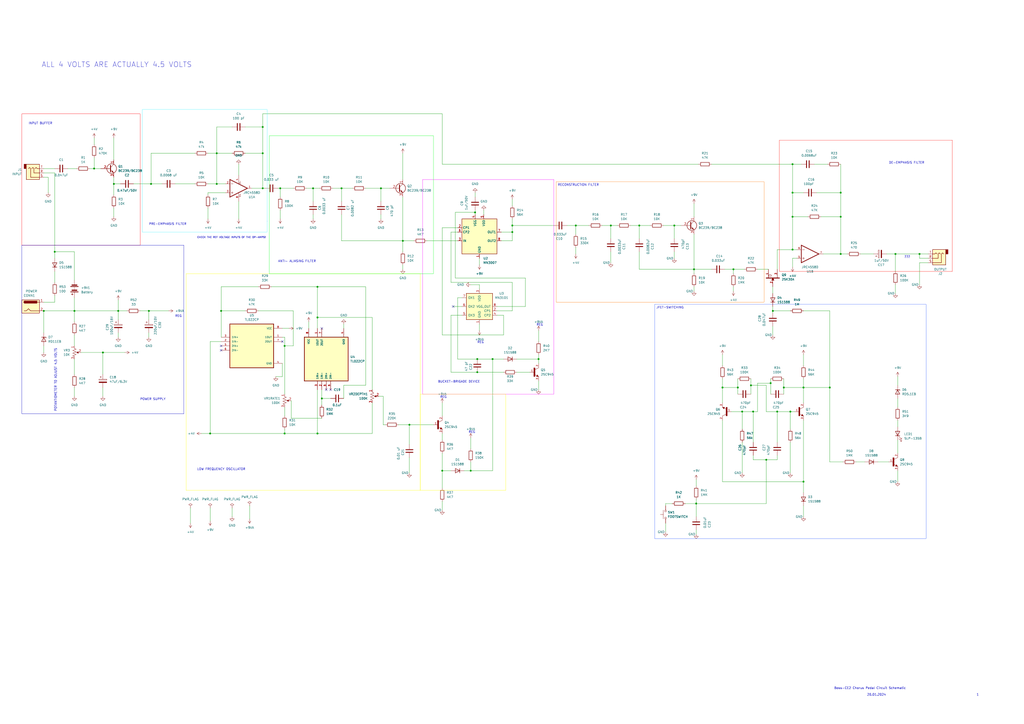
<source format=kicad_sch>
(kicad_sch (version 20230121) (generator eeschema)
  (paper "A2")
  (lib_symbols
    (symbol "2SC945:2SC945" (pin_names (offset 1.016))
      (property "Reference" "Q" (at 2.54 0.508 0))
      (property "Value" "2SC945" (at 2.54 -0.508 0))
      (symbol "2SC945_0_0"
        (pin passive line (at -2.54 0 0) (length 2.54) (name "~") (number "1"))
        (pin passive line (at 2.54 5.08 270) (length 2.54) (name "~") (number "2"))
        (pin passive line (at 2.54 -5.08 90) (length 2.54) (name "~") (number "3"))
      )
    )
    (symbol "2SK30A:2SK30A" (pin_names (offset 1.016))
      (property "Reference" "Q" (at -7.62 4.953 0))
      (property "Value" "2SK30A" (at -7.62 7.62 0))
      (symbol "2SK30A_0_0"
        (text "D" (at 0.635 0.635 0) (effects (font (size 1.524 1.524)) (justify left bottom)))
        (pin passive line (at 5.08 2.54 180) (length 5.08) (name "~") (number "1"))
        (pin passive line (at -5.08 0 0) (length 5.08) (name "~") (number "2"))
        (pin passive line (at 5.08 -2.54 180) (length 5.08) (name "~") (number "3"))
      )
    )
    (symbol "Audio:MN3007"
      (property "Reference" "U" (at -10.16 12.7 0))
      (property "Value" "MN3007" (at 10.16 -12.7 0))
      (symbol "MN3007_1_1"
        (pin power_in line (at 0 -12.7 90) (length 2.54) (name "GND") (number "1"))
        (pin input line (at -12.7 5.08 0) (length 2.54) (name "CP1") (number "2"))
        (pin input line (at -12.7 -2.54 0) (length 2.54) (name "IN") (number "3"))
        (pin power_in line (at -2.54 12.7 270) (length 2.54) (name "VGG") (number "4"))
        (pin power_in line (at 2.54 12.7 270) (length 2.54) (name "VDD") (number "5"))
        (pin input line (at -12.7 2.54 0) (length 2.54) (name "CP2") (number "6"))
        (pin output line (at 12.7 2.54 180) (length 2.54) (name "OUT1") (number "7"))
        (pin output line (at 12.7 -2.54 180) (length 2.54) (name "OUT2") (number "8"))
      )
    )
    (symbol "Connector:Jack-DC" (pin_names (offset 1.016))
      (property "Reference" "J" (at 0 5.334 0))
      (property "Value" "Jack-DC" (at 0 -5.08 0))
      (symbol "Jack-DC_1_1"
        (pin passive line (at 7.62 2.54 180) (length 2.54) (name "~") (number "1"))
        (pin passive line (at 7.62 -2.54 180) (length 2.54) (name "~") (number "2"))
      )
    )
    (symbol "Connector_Audio:AudioJack3"
      (property "Reference" "J" (at 0 8.89 0))
      (property "Value" "AudioJack3" (at 0 6.35 0))
      (symbol "AudioJack3_1_1"
        (pin passive line (at 5.08 0 180) (length 2.54) (name "~") (number "R"))
        (pin passive line (at 5.08 2.54 180) (length 2.54) (name "~") (number "S"))
        (pin passive line (at 5.08 -2.54 180) (length 2.54) (name "~") (number "T"))
      )
    )
    (symbol "Device:Battery" (pin_numbers hide) (pin_names (offset 0) hide)
      (property "Reference" "BT" (at 2.54 2.54 0))
      (property "Value" "Battery" (at 2.54 0 0))
      (symbol "Battery_1_1"
        (pin passive line (at 0 5.08 270) (length 2.54) (name "+") (number "1"))
        (pin passive line (at 0 -5.08 90) (length 2.54) (name "-") (number "2"))
      )
    )
    (symbol "Device:C" (pin_numbers hide) (pin_names (offset 0.254))
      (property "Reference" "C" (at 0.635 2.54 0))
      (property "Value" "C" (at 0.635 -2.54 0))
      (symbol "C_1_1"
        (pin passive line (at 0 3.81 270) (length 2.794) (name "~") (number "1"))
        (pin passive line (at 0 -3.81 90) (length 2.794) (name "~") (number "2"))
      )
    )
    (symbol "Device:C_Polarized" (pin_numbers hide) (pin_names (offset 0.254))
      (property "Reference" "C" (at 0.635 2.54 0))
      (property "Value" "C_Polarized" (at 0.635 -2.54 0))
      (symbol "C_Polarized_1_1"
        (pin passive line (at 0 3.81 270) (length 2.794) (name "~") (number "1"))
        (pin passive line (at 0 -3.81 90) (length 2.794) (name "~") (number "2"))
      )
    )
    (symbol "Device:D_Zener" (pin_numbers hide) (pin_names (offset 1.016) hide)
      (property "Reference" "D" (at 0 2.54 0))
      (property "Value" "D_Zener" (at 0 -2.54 0))
      (symbol "D_Zener_1_1"
        (pin passive line (at -3.81 0 0) (length 2.54) (name "K") (number "1"))
        (pin passive line (at 3.81 0 180) (length 2.54) (name "A") (number "2"))
      )
    )
    (symbol "Device:LED" (pin_numbers hide) (pin_names (offset 1.016) hide)
      (property "Reference" "D" (at 0 2.54 0))
      (property "Value" "LED" (at 0 -2.54 0))
      (symbol "LED_1_1"
        (pin passive line (at -3.81 0 0) (length 2.54) (name "K") (number "1"))
        (pin passive line (at 3.81 0 180) (length 2.54) (name "A") (number "2"))
      )
    )
    (symbol "Device:R" (pin_numbers hide) (pin_names (offset 0))
      (property "Reference" "R" (at 2.032 0 90))
      (property "Value" "R" (at 0 0 90))
      (symbol "R_1_1"
        (pin passive line (at 0 3.81 270) (length 1.27) (name "~") (number "1"))
        (pin passive line (at 0 -3.81 90) (length 1.27) (name "~") (number "2"))
      )
    )
    (symbol "Device:R_Potentiometer_US" (pin_names (offset 1.016) hide)
      (property "Reference" "RV" (at -4.445 0 90))
      (property "Value" "R_Potentiometer_US" (at -2.54 0 90))
      (symbol "R_Potentiometer_US_1_1"
        (pin passive line (at 0 3.81 270) (length 1.27) (name "1") (number "1"))
        (pin passive line (at 3.81 0 180) (length 1.27) (name "2") (number "2"))
        (pin passive line (at 0 -3.81 90) (length 1.27) (name "3") (number "3"))
      )
    )
    (symbol "Diode:1SS355VM" (pin_numbers hide) (pin_names hide)
      (property "Reference" "D" (at 0 2.54 0))
      (property "Value" "1SS355VM" (at 0 -2.54 0))
      (symbol "1SS355VM_1_1"
        (pin passive line (at -3.81 0 0) (length 2.54) (name "K") (number "1"))
        (pin passive line (at 3.81 0 180) (length 2.54) (name "A") (number "2"))
      )
    )
    (symbol "JRC4558D:JRC4558D" (pin_names (offset 1.016))
      (property "Reference" "U" (at 2.54 3.175 0))
      (property "Value" "JRC4558D" (at 2.54 -5.08 0))
      (symbol "JRC4558D_1_0"
        (text "V+" (at 1.27 3.175 900) (effects (font (size 0.8128 0.8128)) (justify left bottom)))
        (text "V-" (at 1.27 -4.445 900) (effects (font (size 0.8128 0.8128)) (justify left bottom)))
        (pin output line (at 7.62 0 180) (length 2.54) (name "~") (number "1"))
        (pin input line (at -7.62 -2.54 0) (length 2.54) (name "~") (number "2"))
        (pin input line (at -7.62 2.54 0) (length 2.54) (name "~") (number "3"))
        (pin power_in line (at 0 -7.62 90) (length 5.08) (name "~") (number "4"))
        (pin power_in line (at 0 7.62 270) (length 5.08) (name "~") (number "8"))
      )
      (symbol "JRC4558D_2_0"
        (pin input line (at -7.62 2.54 0) (length 2.54) (name "~") (number "5"))
        (pin input line (at -7.62 -2.54 0) (length 2.54) (name "~") (number "6"))
        (pin output line (at 7.62 0 180) (length 2.54) (name "~") (number "7"))
      )
    )
    (symbol "Switch:SW_Push" (pin_numbers hide) (pin_names (offset 1.016) hide)
      (property "Reference" "SW" (at 1.27 2.54 0))
      (property "Value" "SW_Push" (at 0 -1.524 0))
      (symbol "SW_Push_0_1"
        (pin passive line (at -5.08 0 0) (length 2.54) (name "1") (number "1"))
        (pin passive line (at 5.08 0 180) (length 2.54) (name "2") (number "2"))
      )
    )
    (symbol "TL022CP:TL022CP" (pin_names (offset 1.016))
      (property "Reference" "U" (at -12.7 13.7 0))
      (property "Value" "TL022CP" (at -12.7 -16.7 0))
      (symbol "TL022CP_0_0"
        (pin output line (at 17.78 5.08 180) (length 5.08) (name "1OUT") (number "1"))
        (pin input line (at -17.78 2.54 0) (length 5.08) (name "1IN-") (number "2"))
        (pin input line (at -17.78 5.08 0) (length 5.08) (name "1IN+") (number "3"))
        (pin power_in line (at 17.78 -10.16 180) (length 5.08) (name "GND") (number "4"))
        (pin input line (at -17.78 0 0) (length 5.08) (name "2IN+") (number "5"))
        (pin input line (at -17.78 -2.54 0) (length 5.08) (name "2IN-") (number "6"))
        (pin output line (at 17.78 2.54 180) (length 5.08) (name "2OUT") (number "7"))
        (pin power_in line (at 17.78 10.16 180) (length 5.08) (name "VCC") (number "8"))
      )
    )
    (symbol "Timer:MN3101" (pin_names (offset 1.016))
      (property "Reference" "U" (at -7.62 8.89 0))
      (property "Value" "MN3101" (at 5.08 8.89 0))
      (symbol "MN3101_1_1"
        (pin power_in line (at 0 -10.16 90) (length 2.54) (name "GND") (number "1"))
        (pin output line (at 10.16 -2.54 180) (length 2.54) (name "CP1") (number "2"))
        (pin power_in line (at 0 10.16 270) (length 2.54) (name "VDD") (number "3"))
        (pin output line (at 10.16 -5.08 180) (length 2.54) (name "CP2") (number "4"))
        (pin input line (at -10.16 -5.08 0) (length 2.54) (name "OX3") (number "5"))
        (pin input line (at -10.16 0 0) (length 2.54) (name "OX2") (number "6"))
        (pin input line (at -10.16 5.08 0) (length 2.54) (name "OX1") (number "7"))
        (pin power_out line (at 10.16 0 180) (length 2.54) (name "VGG_OUT") (number "8"))
      )
    )
    (symbol "Transistor_BJT:BC237" (pin_names (offset 0) hide)
      (property "Reference" "Q" (at 5.08 1.905 0))
      (property "Value" "BC237" (at 5.08 0 0))
      (symbol "BC237_1_1"
        (pin passive line (at 2.54 5.08 270) (length 2.54) (name "C") (number "1"))
        (pin input line (at -5.08 0 0) (length 5.08) (name "B") (number "2"))
        (pin passive line (at 2.54 -5.08 90) (length 2.54) (name "E") (number "3"))
      )
    )
    (symbol "power:+4V" (power) (pin_names (offset 0))
      (property "Value" "+4V" (at 0 3.556 0))
      (symbol "+4V_1_1"
        (pin power_in line (at 0 0 90) (length 0) hide (name "+4V") (number "1"))
      )
    )
    (symbol "power:+9V" (power) (pin_names (offset 0))
      (property "Value" "+9V" (at 0 3.556 0))
      (symbol "+9V_1_1"
        (pin power_in line (at 0 0 90) (length 0) hide (name "+9V") (number "1"))
      )
    )
    (symbol "power:+9VA" (power) (pin_names (offset 0))
      (property "Value" "+9VA" (at 0 3.81 0))
      (symbol "+9VA_1_1"
        (pin power_in line (at 0 0 90) (length 0) hide (name "+9VA") (number "1"))
      )
    )
    (symbol "power:GND" (power) (pin_names (offset 0))
      (property "Value" "GND" (at 0 -3.81 0))
      (symbol "GND_1_1"
        (pin power_in line (at 0 0 270) (length 0) hide (name "GND") (number "1"))
      )
    )
    (symbol "power:PWR_FLAG" (power) (pin_numbers hide) (pin_names (offset 0) hide)
      (property "Value" "PWR_FLAG" (at 0 3.81 0))
      (symbol "PWR_FLAG_0_0"
        (pin power_out line (at 0 0 90) (length 0) (name "pwr") (number "1"))
      )
    )
  )
  (junction (at 181.61 109.22))
  (junction (at 125.73 88.9))
  (junction (at 458.47 238.76))
  (junction (at 59.69 204.47))
  (junction (at 25.4 180.34))
  (junction (at 459.74 95.25))
  (junction (at 391.16 130.81))
  (junction (at 481.33 224.79))
  (junction (at 152.4 73.66))
  (junction (at 430.53 238.76))
  (junction (at 459.74 111.76))
  (junction (at 184.15 166.37))
  (junction (at 519.43 147.32))
  (junction (at 487.68 111.76))
  (junction (at 370.84 130.81))
  (junction (at 125.73 106.68))
  (junction (at 459.74 125.73))
  (junction (at 198.12 109.22))
  (junction (at 487.68 147.32))
  (junction (at 86.36 180.34))
  (junction (at 184.15 251.46))
  (junction (at 466.09 224.79))
  (junction (at 448.31 180.34))
  (junction (at 121.92 251.46))
  (junction (at 152.4 88.9))
  (junction (at 402.59 156.21))
  (junction (at 237.49 246.38))
  (junction (at 68.58 180.34))
  (junction (at 285.75 208.28))
  (junction (at 454.66 224.79))
  (junction (at 435.61 223.52))
  (junction (at 184.15 184.15))
  (junction (at 444.5 266.7))
  (junction (at 273.05 273.05))
  (junction (at 419.1 224.79))
  (junction (at 466.09 279.4))
  (junction (at 354.33 130.81))
  (junction (at 276.86 208.28))
  (junction (at 54.61 97.79))
  (junction (at 436.88 238.76))
  (junction (at 165.1 251.46))
  (junction (at 276.86 215.9))
  (junction (at 312.42 208.28))
  (junction (at 186.69 231.14))
  (junction (at 256.54 273.05))
  (junction (at 275.59 123.19))
  (junction (at 334.01 130.81))
  (junction (at 31.75 146.05))
  (junction (at 533.4 147.32))
  (junction (at 87.63 106.68))
  (junction (at 459.74 144.78))
  (junction (at 425.45 156.21))
  (junction (at 487.68 125.73))
  (junction (at 447.04 222.25))
  (junction (at 165.1 200.66))
  (junction (at 450.85 238.76))
  (junction (at 152.4 109.22))
  (junction (at 128.27 180.34))
  (junction (at 233.68 139.7))
  (junction (at 403.86 292.1))
  (junction (at 297.18 130.81))
  (junction (at 220.98 109.22))
  (junction (at 66.04 106.68))
  (junction (at 162.56 109.22))
  (junction (at 43.18 180.34))
  (junction (at 427.99 224.79))
  (junction (at 297.18 134.62))
  (no_connect (at 186.69 190.5))
  (no_connect (at 163.83 198.12))
  (no_connect (at 128.27 200.66))
  (no_connect (at 262.89 177.8))
  (no_connect (at 128.27 203.2))
  (no_connect (at 189.23 226.06))
  (no_connect (at 191.77 226.06))
  (wire (pts (xy 520.7 273.05) (xy 520.7 279.4)))
  (wire (pts (xy 297.18 130.81) (xy 321.31 130.81)))
  (wire (pts (xy 198.12 139.7) (xy 233.68 139.7)))
  (wire (pts (xy 312.42 208.28) (xy 299.72 208.28)))
  (wire (pts (xy 25.4 102.87) (xy 27.94 102.87)))
  (wire (pts (xy 459.74 111.76) (xy 466.09 111.76)))
  (wire (pts (xy 403.86 289.56) (xy 403.86 292.1)))
  (wire (pts (xy 165.1 228.6) (xy 165.1 200.66)))
  (wire (pts (xy 125.73 88.9) (xy 125.73 106.68)))
  (wire (pts (xy 177.8 109.22) (xy 181.61 109.22)))
  (wire (pts (xy 370.84 156.21) (xy 402.59 156.21)))
  (wire (pts (xy 267.97 172.72) (xy 265.43 172.72)))
  (wire (pts (xy 384.81 130.81) (xy 391.16 130.81)))
  (wire (pts (xy 436.88 238.76) (xy 430.53 238.76)))
  (wire (pts (xy 425.45 156.21) (xy 425.45 158.75)))
  (wire (pts (xy 275.59 121.92) (xy 275.59 123.19)))
  (wire (pts (xy 162.56 121.92) (xy 162.56 127)))
  (wire (pts (xy 27.94 102.87) (xy 27.94 111.76)))
  (wire (pts (xy 278.13 149.86) (xy 278.13 153.67)))
  (wire (pts (xy 215.9 251.46) (xy 184.15 251.46)))
  (wire (pts (xy 87.63 88.9) (xy 87.63 106.68)))
  (wire (pts (xy 419.1 224.79) (xy 427.99 224.79)))
  (wire (pts (xy 354.33 130.81) (xy 358.14 130.81)))
  (wire (pts (xy 121.92 198.12) (xy 121.92 251.46)))
  (wire (pts (xy 86.36 193.04) (xy 86.36 195.58)))
  (wire (pts (xy 222.25 246.38) (xy 223.52 246.38)))
  (wire (pts (xy 233.68 153.67) (xy 233.68 156.21)))
  (wire (pts (xy 403.86 307.34) (xy 403.86 309.88)))
  (wire (pts (xy 152.4 109.22) (xy 153.67 109.22)))
  (wire (pts (xy 278.13 165.1) (xy 278.13 167.64)))
  (wire (pts (xy 222.25 229.87) (xy 222.25 246.38)))
  (wire (pts (xy 261.62 163.83) (xy 297.18 163.83)))
  (wire (pts (xy 448.31 189.23) (xy 448.31 194.31)))
  (wire (pts (xy 43.18 224.79) (xy 43.18 229.87)))
  (wire (pts (xy 128.27 195.58) (xy 128.27 180.34)))
  (wire (pts (xy 269.24 273.05) (xy 273.05 273.05)))
  (wire (pts (xy 247.65 139.7) (xy 265.43 139.7)))
  (wire (pts (xy 116.84 251.46) (xy 121.92 251.46)))
  (wire (pts (xy 212.09 166.37) (xy 184.15 166.37)))
  (wire (pts (xy 163.83 218.44) (xy 163.83 210.82)))
  (wire (pts (xy 278.13 187.96) (xy 278.13 191.77)))
  (wire (pts (xy 273.05 254) (xy 273.05 260.35)))
  (wire (pts (xy 292.1 194.31) (xy 292.1 182.88)))
  (wire (pts (xy 425.45 166.37) (xy 425.45 168.91)))
  (wire (pts (xy 394.97 130.81) (xy 391.16 130.81)))
  (wire (pts (xy 215.9 251.46) (xy 215.9 233.68)))
  (wire (pts (xy 186.69 242.57) (xy 168.91 242.57)))
  (wire (pts (xy 280.67 121.92) (xy 280.67 124.46)))
  (wire (pts (xy 297.18 180.34) (xy 288.29 180.34)))
  (wire (pts (xy 436.88 264.16) (xy 436.88 266.7)))
  (wire (pts (xy 297.18 163.83) (xy 297.18 180.34)))
  (wire (pts (xy 165.1 248.92) (xy 165.1 251.46)))
  (wire (pts (xy 256.54 262.89) (xy 256.54 273.05)))
  (wire (pts (xy 261.62 273.05) (xy 256.54 273.05)))
  (wire (pts (xy 184.15 184.15) (xy 215.9 184.15)))
  (wire (pts (xy 459.74 149.86) (xy 462.28 149.86)))
  (wire (pts (xy 142.24 88.9) (xy 152.4 88.9)))
  (wire (pts (xy 402.59 166.37) (xy 402.59 168.91)))
  (wire (pts (xy 285.75 208.28) (xy 292.1 208.28)))
  (wire (pts (xy 264.16 123.19) (xy 275.59 123.19)))
  (wire (pts (xy 54.61 80.01) (xy 54.61 83.82)))
  (wire (pts (xy 448.31 180.34) (xy 448.31 181.61)))
  (wire (pts (xy 220.98 124.46) (xy 220.98 127)))
  (wire (pts (xy 292.1 182.88) (xy 288.29 182.88)))
  (wire (pts (xy 439.42 156.21) (xy 445.77 156.21)))
  (wire (pts (xy 444.5 266.7) (xy 444.5 292.1)))
  (wire (pts (xy 120.65 106.68) (xy 125.73 106.68)))
  (wire (pts (xy 219.71 229.87) (xy 222.25 229.87)))
  (wire (pts (xy 520.7 218.44) (xy 520.7 223.52)))
  (wire (pts (xy 110.49 294.64) (xy 110.49 303.53)))
  (wire (pts (xy 391.16 146.05) (xy 391.16 149.86)))
  (wire (pts (xy 466.09 180.34) (xy 481.33 180.34)))
  (wire (pts (xy 261.62 182.88) (xy 261.62 215.9)))
  (wire (pts (xy 487.68 147.32) (xy 487.68 125.73)))
  (wire (pts (xy 538.48 149.86) (xy 533.4 149.86)))
  (wire (pts (xy 439.42 222.25) (xy 439.42 238.76)))
  (wire (pts (xy 312.42 208.28) (xy 312.42 210.82)))
  (wire (pts (xy 435.61 219.71) (xy 435.61 223.52)))
  (wire (pts (xy 152.4 66.04) (xy 152.4 73.66)))
  (wire (pts (xy 101.6 106.68) (xy 113.03 106.68)))
  (wire (pts (xy 488.95 267.97) (xy 481.33 267.97)))
  (wire (pts (xy 419.1 243.84) (xy 419.1 279.4)))
  (wire (pts (xy 391.16 130.81) (xy 391.16 138.43)))
  (wire (pts (xy 419.1 224.79) (xy 419.1 233.68)))
  (wire (pts (xy 450.85 266.7) (xy 450.85 264.16)))
  (wire (pts (xy 472.44 95.25) (xy 480.06 95.25)))
  (wire (pts (xy 412.75 95.25) (xy 459.74 95.25)))
  (wire (pts (xy 199.39 187.96) (xy 199.39 190.5)))
  (wire (pts (xy 533.4 147.32) (xy 538.48 147.32)))
  (wire (pts (xy 290.83 139.7) (xy 297.18 139.7)))
  (wire (pts (xy 43.18 162.56) (xy 43.18 146.05)))
  (wire (pts (xy 386.08 292.1) (xy 389.89 292.1)))
  (wire (pts (xy 519.43 147.32) (xy 533.4 147.32)))
  (wire (pts (xy 134.62 294.64) (xy 134.62 299.72)))
  (wire (pts (xy 435.61 223.52) (xy 435.61 228.6)))
  (wire (pts (xy 31.75 146.05) (xy 31.75 100.33)))
  (wire (pts (xy 179.07 186.69) (xy 179.07 190.5)))
  (wire (pts (xy 354.33 146.05) (xy 354.33 152.4)))
  (wire (pts (xy 231.14 246.38) (xy 237.49 246.38)))
  (wire (pts (xy 54.61 97.79) (xy 58.42 97.79)))
  (wire (pts (xy 215.9 184.15) (xy 215.9 226.06)))
  (wire (pts (xy 430.53 256.54) (xy 430.53 274.32)))
  (wire (pts (xy 149.86 180.34) (xy 170.18 180.34)))
  (wire (pts (xy 66.04 102.87) (xy 66.04 106.68)))
  (wire (pts (xy 276.86 208.28) (xy 285.75 208.28)))
  (wire (pts (xy 68.58 185.42) (xy 68.58 180.34)))
  (wire (pts (xy 165.1 236.22) (xy 165.1 241.3)))
  (wire (pts (xy 237.49 246.38) (xy 237.49 257.81)))
  (wire (pts (xy 447.04 219.71) (xy 447.04 222.25)))
  (wire (pts (xy 256.54 66.04) (xy 152.4 66.04)))
  (wire (pts (xy 477.52 147.32) (xy 487.68 147.32)))
  (wire (pts (xy 444.5 238.76) (xy 450.85 238.76)))
  (wire (pts (xy 458.47 238.76) (xy 461.01 238.76)))
  (wire (pts (xy 31.75 175.26) (xy 31.75 171.45)))
  (wire (pts (xy 476.25 125.73) (xy 487.68 125.73)))
  (wire (pts (xy 365.76 130.81) (xy 370.84 130.81)))
  (wire (pts (xy 466.09 279.4) (xy 466.09 243.84)))
  (wire (pts (xy 267.97 182.88) (xy 261.62 182.88)))
  (wire (pts (xy 113.03 88.9) (xy 87.63 88.9)))
  (wire (pts (xy 237.49 265.43) (xy 237.49 274.32)))
  (wire (pts (xy 514.35 147.32) (xy 519.43 147.32)))
  (wire (pts (xy 466.09 293.37) (xy 466.09 299.72)))
  (wire (pts (xy 128.27 198.12) (xy 121.92 198.12)))
  (wire (pts (xy 256.54 233.68) (xy 256.54 241.3)))
  (wire (pts (xy 459.74 144.78) (xy 462.28 144.78)))
  (wire (pts (xy 256.54 251.46) (xy 256.54 255.27)))
  (wire (pts (xy 448.31 180.34) (xy 458.47 180.34)))
  (wire (pts (xy 87.63 106.68) (xy 93.98 106.68)))
  (wire (pts (xy 128.27 180.34) (xy 142.24 180.34)))
  (wire (pts (xy 520.7 255.27) (xy 520.7 262.89)))
  (wire (pts (xy 128.27 166.37) (xy 128.27 180.34)))
  (wire (pts (xy 419.1 279.4) (xy 466.09 279.4)))
  (wire (pts (xy 68.58 173.99) (xy 68.58 180.34)))
  (wire (pts (xy 68.58 180.34) (xy 73.66 180.34)))
  (wire (pts (xy 304.8 161.29) (xy 264.16 161.29)))
  (wire (pts (xy 273.05 165.1) (xy 278.13 165.1)))
  (wire (pts (xy 39.37 97.79) (xy 44.45 97.79)))
  (wire (pts (xy 519.43 157.48) (xy 519.43 147.32)))
  (wire (pts (xy 459.74 154.94) (xy 459.74 149.86)))
  (wire (pts (xy 487.68 111.76) (xy 487.68 95.25)))
  (wire (pts (xy 427.99 224.79) (xy 427.99 228.6)))
  (wire (pts (xy 520.7 243.84) (xy 520.7 247.65)))
  (wire (pts (xy 370.84 130.81) (xy 377.19 130.81)))
  (wire (pts (xy 458.47 256.54) (xy 458.47 274.32)))
  (wire (pts (xy 233.68 114.3) (xy 233.68 139.7)))
  (wire (pts (xy 496.57 267.97) (xy 501.65 267.97)))
  (wire (pts (xy 170.18 180.34) (xy 170.18 200.66)))
  (wire (pts (xy 186.69 231.14) (xy 186.69 234.95)))
  (wire (pts (xy 405.13 95.25) (xy 256.54 95.25)))
  (wire (pts (xy 125.73 106.68) (xy 130.81 106.68)))
  (wire (pts (xy 435.61 223.52) (xy 444.5 223.52)))
  (wire (pts (xy 454.66 219.71) (xy 454.66 224.79)))
  (wire (pts (xy 459.74 95.25) (xy 459.74 111.76)))
  (wire (pts (xy 444.5 292.1) (xy 403.86 292.1)))
  (wire (pts (xy 199.39 223.52) (xy 212.09 223.52)))
  (wire (pts (xy 81.28 180.34) (xy 86.36 180.34)))
  (wire (pts (xy 448.31 166.37) (xy 448.31 170.18)))
  (wire (pts (xy 149.86 166.37) (xy 128.27 166.37)))
  (wire (pts (xy 157.48 166.37) (xy 184.15 166.37)))
  (wire (pts (xy 43.18 172.72) (xy 43.18 180.34)))
  (wire (pts (xy 59.69 204.47) (xy 59.69 217.17)))
  (wire (pts (xy 288.29 177.8) (xy 304.8 177.8)))
  (wire (pts (xy 450.85 238.76) (xy 458.47 238.76)))
  (wire (pts (xy 43.18 180.34) (xy 43.18 186.69)))
  (wire (pts (xy 25.4 180.34) (xy 43.18 180.34)))
  (wire (pts (xy 144.78 293.37) (xy 144.78 300.99)))
  (wire (pts (xy 312.42 220.98) (xy 312.42 226.06)))
  (wire (pts (xy 273.05 267.97) (xy 273.05 273.05)))
  (wire (pts (xy 424.18 238.76) (xy 430.53 238.76)))
  (wire (pts (xy 297.18 115.57) (xy 297.18 119.38)))
  (wire (pts (xy 273.05 273.05) (xy 285.75 273.05)))
  (wire (pts (xy 533.4 165.1) (xy 533.4 152.4)))
  (wire (pts (xy 334.01 143.51) (xy 334.01 147.32)))
  (wire (pts (xy 466.09 279.4) (xy 466.09 285.75)))
  (wire (pts (xy 419.1 205.74) (xy 419.1 212.09)))
  (wire (pts (xy 459.74 111.76) (xy 459.74 125.73)))
  (wire (pts (xy 487.68 147.32) (xy 491.49 147.32)))
  (wire (pts (xy 120.65 111.76) (xy 120.65 113.03)))
  (wire (pts (xy 170.18 200.66) (xy 165.1 200.66)))
  (wire (pts (xy 120.65 120.65) (xy 120.65 127)))
  (wire (pts (xy 454.66 224.79) (xy 466.09 224.79)))
  (wire (pts (xy 212.09 223.52) (xy 212.09 166.37)))
  (wire (pts (xy 186.69 231.14) (xy 186.69 226.06)))
  (wire (pts (xy 304.8 177.8) (xy 304.8 161.29)))
  (wire (pts (xy 354.33 130.81) (xy 354.33 138.43)))
  (wire (pts (xy 454.66 224.79) (xy 454.66 228.6)))
  (wire (pts (xy 25.4 180.34) (xy 25.4 193.04)))
  (wire (pts (xy 163.83 190.5) (xy 167.64 190.5)))
  (wire (pts (xy 261.62 215.9) (xy 276.86 215.9)))
  (wire (pts (xy 125.73 88.9) (xy 134.62 88.9)))
  (wire (pts (xy 66.04 80.01) (xy 66.04 92.71)))
  (wire (pts (xy 370.84 146.05) (xy 370.84 156.21)))
  (wire (pts (xy 220.98 109.22) (xy 226.06 109.22)))
  (wire (pts (xy 297.18 139.7) (xy 297.18 134.62)))
  (wire (pts (xy 466.09 205.74) (xy 466.09 212.09)))
  (wire (pts (xy 459.74 125.73) (xy 468.63 125.73)))
  (wire (pts (xy 261.62 134.62) (xy 265.43 134.62)))
  (wire (pts (xy 436.88 238.76) (xy 439.42 238.76)))
  (wire (pts (xy 165.1 195.58) (xy 163.83 195.58)))
  (wire (pts (xy 152.4 109.22) (xy 152.4 88.9)))
  (wire (pts (xy 233.68 88.9) (xy 233.68 104.14)))
  (wire (pts (xy 509.27 267.97) (xy 515.62 267.97)))
  (wire (pts (xy 533.4 149.86) (xy 533.4 147.32)))
  (wire (pts (xy 138.43 116.84) (xy 138.43 127)))
  (wire (pts (xy 262.89 177.8) (xy 267.97 177.8)))
  (wire (pts (xy 165.1 251.46) (xy 184.15 251.46)))
  (wire (pts (xy 533.4 152.4) (xy 538.48 152.4)))
  (wire (pts (xy 403.86 278.13) (xy 403.86 281.94)))
  (wire (pts (xy 481.33 267.97) (xy 481.33 224.79)))
  (wire (pts (xy 256.54 273.05) (xy 256.54 283.21)))
  (wire (pts (xy 142.24 73.66) (xy 152.4 73.66)))
  (wire (pts (xy 275.59 123.19) (xy 275.59 124.46)))
  (wire (pts (xy 220.98 116.84) (xy 220.98 109.22)))
  (wire (pts (xy 25.4 100.33) (xy 31.75 100.33)))
  (wire (pts (xy 125.73 73.66) (xy 125.73 88.9)))
  (wire (pts (xy 121.92 294.64) (xy 121.92 302.26)))
  (wire (pts (xy 447.04 222.25) (xy 447.04 228.6)))
  (wire (pts (xy 31.75 149.86) (xy 31.75 146.05)))
  (wire (pts (xy 59.69 224.79) (xy 59.69 229.87)))
  (wire (pts (xy 162.56 109.22) (xy 162.56 114.3)))
  (wire (pts (xy 161.29 109.22) (xy 162.56 109.22)))
  (wire (pts (xy 25.4 175.26) (xy 31.75 175.26)))
  (wire (pts (xy 436.88 238.76) (xy 436.88 256.54)))
  (wire (pts (xy 499.11 147.32) (xy 506.73 147.32)))
  (wire (pts (xy 198.12 109.22) (xy 198.12 116.84)))
  (wire (pts (xy 466.09 224.79) (xy 481.33 224.79)))
  (wire (pts (xy 430.53 238.76) (xy 430.53 248.92)))
  (wire (pts (xy 181.61 109.22) (xy 185.42 109.22)))
  (wire (pts (xy 77.47 106.68) (xy 87.63 106.68)))
  (wire (pts (xy 199.39 231.14) (xy 199.39 223.52)))
  (wire (pts (xy 312.42 191.77) (xy 312.42 198.12)))
  (wire (pts (xy 66.04 120.65) (xy 66.04 125.73)))
  (wire (pts (xy 256.54 194.31) (xy 292.1 194.31)))
  (wire (pts (xy 256.54 95.25) (xy 256.54 66.04)))
  (wire (pts (xy 299.72 215.9) (xy 307.34 215.9)))
  (wire (pts (xy 444.5 266.7) (xy 450.85 266.7)))
  (wire (pts (xy 198.12 124.46) (xy 198.12 139.7)))
  (wire (pts (xy 261.62 134.62) (xy 261.62 163.83)))
  (wire (pts (xy 163.83 218.44) (xy 160.02 218.44)))
  (wire (pts (xy 487.68 125.73) (xy 487.68 111.76)))
  (wire (pts (xy 152.4 88.9) (xy 152.4 73.66)))
  (wire (pts (xy 52.07 97.79) (xy 54.61 97.79)))
  (wire (pts (xy 120.65 88.9) (xy 125.73 88.9)))
  (wire (pts (xy 397.51 292.1) (xy 403.86 292.1)))
  (wire (pts (xy 31.75 157.48) (xy 31.75 163.83)))
  (wire (pts (xy 297.18 130.81) (xy 297.18 127)))
  (wire (pts (xy 290.83 134.62) (xy 297.18 134.62)))
  (wire (pts (xy 121.92 251.46) (xy 165.1 251.46)))
  (wire (pts (xy 402.59 156.21) (xy 402.59 158.75)))
  (wire (pts (xy 481.33 180.34) (xy 481.33 224.79)))
  (wire (pts (xy 54.61 91.44) (xy 54.61 97.79)))
  (wire (pts (xy 43.18 194.31) (xy 43.18 200.66)))
  (wire (pts (xy 86.36 180.34) (xy 97.79 180.34)))
  (wire (pts (xy 403.86 292.1) (xy 403.86 299.72)))
  (wire (pts (xy 349.25 130.81) (xy 354.33 130.81)))
  (wire (pts (xy 25.4 97.79) (xy 31.75 97.79)))
  (wire (pts (xy 473.71 111.76) (xy 487.68 111.76)))
  (wire (pts (xy 370.84 130.81) (xy 370.84 138.43)))
  (wire (pts (xy 285.75 208.28) (xy 285.75 273.05)))
  (wire (pts (xy 450.85 238.76) (xy 450.85 256.54)))
  (wire (pts (xy 264.16 161.29) (xy 264.16 123.19)))
  (wire (pts (xy 256.54 290.83) (xy 256.54 295.91)))
  (wire (pts (xy 66.04 113.03) (xy 66.04 106.68)))
  (wire (pts (xy 184.15 166.37) (xy 184.15 184.15)))
  (wire (pts (xy 402.59 156.21) (xy 412.75 156.21)))
  (wire (pts (xy 134.62 73.66) (xy 125.73 73.66)))
  (wire (pts (xy 68.58 180.34) (xy 43.18 180.34)))
  (wire (pts (xy 138.43 95.25) (xy 138.43 101.6)))
  (wire (pts (xy 427.99 219.71) (xy 427.99 224.79)))
  (wire (pts (xy 265.43 132.08) (xy 256.54 132.08)))
  (wire (pts (xy 265.43 208.28) (xy 276.86 208.28)))
  (wire (pts (xy 402.59 118.11) (xy 402.59 125.73)))
  (wire (pts (xy 436.88 266.7) (xy 444.5 266.7)))
  (wire (pts (xy 265.43 172.72) (xy 265.43 208.28)))
  (wire (pts (xy 297.18 134.62) (xy 297.18 130.81)))
  (wire (pts (xy 120.65 111.76) (xy 130.81 111.76)))
  (wire (pts (xy 386.08 293.37) (xy 386.08 292.1)))
  (wire (pts (xy 519.43 165.1) (xy 519.43 170.18)))
  (wire (pts (xy 447.04 222.25) (xy 439.42 222.25)))
  (wire (pts (xy 312.42 205.74) (xy 312.42 208.28)))
  (wire (pts (xy 181.61 124.46) (xy 181.61 127)))
  (wire (pts (xy 334.01 130.81) (xy 334.01 135.89)))
  (wire (pts (xy 25.4 200.66) (xy 25.4 204.47)))
  (wire (pts (xy 459.74 95.25) (xy 464.82 95.25)))
  (wire (pts (xy 520.7 231.14) (xy 520.7 236.22)))
  (wire (pts (xy 233.68 139.7) (xy 233.68 146.05)))
  (wire (pts (xy 425.45 156.21) (xy 431.8 156.21)))
  (wire (pts (xy 328.93 130.81) (xy 334.01 130.81)))
  (wire (pts (xy 233.68 139.7) (xy 240.03 139.7)))
  (wire (pts (xy 444.5 223.52) (xy 444.5 238.76)))
  (wire (pts (xy 466.09 224.79) (xy 466.09 233.68)))
  (wire (pts (xy 334.01 130.81) (xy 341.63 130.81)))
  (wire (pts (xy 168.91 242.57) (xy 168.91 232.41)))
  (wire (pts (xy 184.15 190.5) (xy 184.15 184.15)))
  (wire (pts (xy 86.36 185.42) (xy 86.36 180.34)))
  (wire (pts (xy 198.12 109.22) (xy 204.47 109.22)))
  (wire (pts (xy 458.47 238.76) (xy 458.47 248.92)))
  (wire (pts (xy 256.54 132.08) (xy 256.54 194.31)))
  (wire (pts (xy 450.85 156.21) (xy 450.85 144.78)))
  (wire (pts (xy 448.31 177.8) (xy 448.31 180.34)))
  (wire (pts (xy 46.99 204.47) (xy 59.69 204.47)))
  (wire (pts (xy 162.56 109.22) (xy 170.18 109.22)))
  (wire (pts (xy 165.1 200.66) (xy 165.1 195.58)))
  (wire (pts (xy 59.69 204.47) (xy 72.39 204.47)))
  (wire (pts (xy 276.86 215.9) (xy 292.1 215.9)))
  (wire (pts (xy 220.98 109.22) (xy 212.09 109.22)))
  (wire (pts (xy 419.1 219.71) (xy 419.1 224.79)))
  (wire (pts (xy 68.58 193.04) (xy 68.58 195.58)))
  (wire (pts (xy 181.61 109.22) (xy 181.61 116.84)))
  (wire (pts (xy 402.59 156.21) (xy 402.59 135.89)))
  (wire (pts (xy 466.09 224.79) (xy 466.09 219.71)))
  (wire (pts (xy 146.05 109.22) (xy 152.4 109.22)))
  (wire (pts (xy 275.59 111.76) (xy 275.59 114.3)))
  (wire (pts (xy 386.08 303.53) (xy 386.08 308.61)))
  (wire (pts (xy 459.74 125.73) (xy 459.74 144.78)))
  (wire (pts (xy 184.15 226.06) (xy 184.15 251.46)))
  (wire (pts (xy 420.37 156.21) (xy 425.45 156.21)))
  (wire (pts (xy 193.04 109.22) (xy 198.12 109.22)))
  (wire (pts (xy 191.77 231.14) (xy 186.69 231.14)))
  (wire (pts (xy 43.18 208.28) (xy 43.18 217.17)))
  (wire (pts (xy 450.85 144.78) (xy 459.74 144.78)))
  (wire (pts (xy 237.49 246.38) (xy 251.46 246.38)))
  (wire (pts (xy 43.18 146.05) (xy 31.75 146.05)))
  (wire (pts (xy 66.04 106.68) (xy 69.85 106.68)))
  (rectangle (start 12.7 142.24) (end 106.68 240.03))
  (rectangle (start 452.12 81.28) (end 552.45 157.48) (stroke (width 0) (color 255 15 8 1)))
  (rectangle (start 12.7 66.04) (end 81.28 142.24) (stroke (width 0) (color 255 0 8 1)))
  (rectangle (start 154.94 128.27) (end 154.94 128.27))
  (rectangle (start 243.84 228.6) (end 293.37 284.48) (stroke (width 0) (color 255 254 13 1)))
  (rectangle (start 245.11 104.14) (end 321.31 228.6) (stroke (width 0) (color 247 0 255 1)))
  (rectangle (start 82.55 63.5) (end 154.94 134.62) (stroke (width 0) (color 75 242 255 1)))
  (rectangle (start 107.95 158.75) (end 243.84 284.48) (stroke (width 0) (color 254 255 19 1)))
  (rectangle (start 156.21 78.74) (end 251.46 158.75) (stroke (width 0) (color 20 255 38 1)))
  (text_box "JFET-SWITCHING\n" (at 379.73 176.53 0) (size 157.48 135.89) (stroke (width 0) (color 48 93 255 1)) (effects (font (size 1.27 1.27)) (justify left top)))
  (text_box "RECONSTRUCTION FILTER\n" (at 322.58 105.41 0) (size 120.65 69.85) (stroke (width 0) (color 255 123 10 1)) (effects (font (size 1.27 1.27)) (justify left top)))
  (text "REG" (at 255.27 231.14 0) (effects (font (size 1.27 1.27)) (justify left bottom)))
  (text "POTANTIOMETER TO ADJUST 4.5 VOLTS \n" (at 33.02 238.76 90) (effects (font (size 1.27 1.27)) (justify left bottom)))
  (text "ANTI- ALIASING FILTER\n" (at 161.29 152.4 0) (effects (font (size 1.27 1.27)) (justify left bottom)))
  (text "ALL 4 VOLTS ARE ACTUALLY 4.5 VOLTS\n" (at 24.13 39.37 0) (effects (font (size 3 3)) (justify left bottom)))
  (text "DE-EMPHASIS FILTER\n" (at 515.62 95.25 0) (effects (font (size 1.27 1.27)) (justify left bottom)))
  (text "BUCKET-BRIGADE DEVICE\n" (at 254 222.25 0) (effects (font (size 1.27 1.27)) (justify left bottom)))
  (text "PRE-EMPHASIS FILTER\n" (at 86.36 130.81 0) (effects (font (size 1.27 1.27)) (justify left bottom)))
  (text "Boss-CE2 Chorus Pedal Circuit Schematic\n" (at 483.87 400.05 0) (effects (font (size 1.27 1.27)) (justify left bottom)))
  (text "REG" (at 271.78 251.46 0) (effects (font (size 1.27 1.27)) (justify left bottom)))
  (text "INPUT BUFFER\n" (at 16.51 72.39 0) (effects (font (size 1.27 1.27)) (justify left bottom)))
  (text "???" (at 524.51 149.86 0) (effects (font (size 1.27 1.27)) (justify left bottom)))
  (text "20.01.2024\n" (at 502.92 403.86 0) (effects (font (size 1.27 1.27)) (justify left bottom)))
  (text "POWER SUPPLY" (at 81.28 232.41 0) (effects (font (size 1.27 1.27)) (justify left bottom)))
  (text "LOW FREQUENCY OSCILLATOR\n" (at 114.3 273.05 0) (effects (font (size 1.27 1.27)) (justify left bottom)))
  (text "REG" (at 311.15 189.23 0) (effects (font (size 1.27 1.27)) (justify left bottom)))
  (text "CHECK THE REF VOLTAGE INPUTS OF THE OP-AMPS!\n" (at 114.3 138.43 0) (effects (font (size 1 1)) (justify left bottom)))
  (text "REG" (at 101.6 184.15 0) (effects (font (size 1.27 1.27)) (justify left bottom)))
  (text "1\n" (at 566.42 403.86 0) (effects (font (size 1.27 1.27)) (justify left bottom)))
  (text "REG" (at 276.86 199.39 0) (effects (font (size 1.27 1.27)) (justify left bottom)))
  (symbol (lib_id "Device:R") (at 77.47 180.34 90) (unit 1)
    (property "Reference" "R52" (at 77.47 173.99 90))
    (property "Value" "33" (at 77.47 176.53 90))
    (property "Footprint" "Resistor_SMD:R_0805_2012Metric" (effects hide))
  )
  (symbol (lib_id "Device:R_Potentiometer_US") (at 165.1 232.41 0) (unit 1)
    (property "Reference" "VR1RATE1" (at 162.56 231.14 0) (effects (justify right)))
    (property "Value" "100K" (at 162.56 233.68 0) (effects (justify right)))
    (property "Footprint" "Potentiometer_THT:Potentiometer_ACP_CA6-H2,5_Horizontal" (effects hide))
  )
  (symbol (lib_id "Device:R") (at 361.95 130.81 90) (unit 1)
    (property "Reference" "R17" (at 361.95 124.46 90))
    (property "Value" "10K" (at 361.95 127 90))
    (property "Footprint" "Resistor_SMD:R_0805_2012Metric" (effects hide))
  )
  (symbol (lib_id "power:+9V") (at 167.64 190.5 270) (unit 1)
    (property "Reference" "#PWR056" (effects hide))
    (property "Value" "+9V" (at 171.45 190.5 90) (effects (justify left)))
  )
  (symbol (lib_id "power:GND") (at 275.59 111.76 180) (unit 1)
    (property "Reference" "#PWR024" (effects hide))
    (property "Value" "GND" (at 275.59 106.68 0))
  )
  (symbol (lib_id "power:+4V") (at 54.61 80.01 0) (unit 1)
    (property "Reference" "#PWR04" (effects hide))
    (property "Value" "+4V" (at 54.61 74.93 0))
  )
  (symbol (lib_id "Timer:MN3101") (at 278.13 177.8 0) (unit 1)
    (property "Reference" "U3" (at 289.56 170.18 0) (effects (justify left)))
    (property "Value" "MN3101" (at 287.02 172.72 0) (effects (justify left)))
    (property "Footprint" "Package_DIP:DIP-8_W7.62mm" (effects hide))
    (property "Datasheet" "http://www.experimentalistsanonymous.com/diy/Datasheets/MN3101.pdf" (effects hide))
  )
  (symbol (lib_id "Diode:1SS355VM") (at 295.91 208.28 180) (unit 1)
    (property "Reference" "D2" (at 295.91 201.93 0))
    (property "Value" "1S1588" (at 295.91 204.47 0))
    (property "Footprint" "Diode_THT:D_DO-35_SOD27_P3.81mm_Vertical_KathodeUp" (effects hide))
    (property "Datasheet" "https://fscdn.rohm.com/en/products/databook/datasheet/discrete/diode/switching/1ss355vmte-17-e.pdf" (effects hide))
    (property "Sim.Device" "D" (effects hide))
    (property "Sim.Pins" "1=K 2=A" (effects hide))
  )
  (symbol (lib_id "Device:R") (at 458.47 252.73 0) (unit 1)
    (property "Reference" "R48" (at 461.01 251.46 0) (effects (justify left)))
    (property "Value" "56k" (at 461.01 254 0) (effects (justify left)))
    (property "Footprint" "Resistor_SMD:R_0805_2012Metric" (effects hide))
  )
  (symbol (lib_id "power:GND") (at 237.49 274.32 0) (unit 1)
    (property "Reference" "#PWR032" (effects hide))
    (property "Value" "GND" (at 234.95 274.32 0))
  )
  (symbol (lib_id "Device:C") (at 275.59 118.11 180) (unit 1)
    (property "Reference" "C9" (at 267.97 119.38 90) (effects (justify right)))
    (property "Value" "1uF/50V" (at 270.51 121.92 90) (effects (justify right)))
    (property "Footprint" "Capacitor_SMD:C_0805_2012Metric" (effects hide))
  )
  (symbol (lib_id "power:+9V") (at 419.1 205.74 0) (unit 1)
    (property "Reference" "#PWR046" (effects hide))
    (property "Value" "+9V" (at 419.1 200.66 0))
  )
  (symbol (lib_id "Device:R") (at 450.85 219.71 270) (unit 1)
    (property "Reference" "R34" (at 450.85 213.36 90))
    (property "Value" "100K" (at 450.85 215.9 90))
    (property "Footprint" "Resistor_SMD:R_0805_2012Metric" (effects hide))
  )
  (symbol (lib_id "Device:R") (at 208.28 109.22 90) (unit 1)
    (property "Reference" "R11" (at 208.28 102.87 90))
    (property "Value" "10K" (at 208.28 105.41 90))
    (property "Footprint" "Resistor_SMD:R_0805_2012Metric" (effects hide))
  )
  (symbol (lib_id "Device:C") (at 198.12 120.65 180) (unit 1)
    (property "Reference" "C7" (at 201.93 121.92 90) (effects (justify right)))
    (property "Value" "0.0082 uF" (at 204.47 125.73 90) (effects (justify right)))
    (property "Footprint" "Capacitor_SMD:C_0805_2012Metric" (effects hide))
  )
  (symbol (lib_id "power:GND") (at 280.67 121.92 180) (unit 1)
    (property "Reference" "#PWR021" (effects hide))
    (property "Value" "GND" (at 280.67 116.84 0))
  )
  (symbol (lib_id "power:GND") (at 386.08 308.61 0) (unit 1)
    (property "Reference" "#PWR044" (effects hide))
    (property "Value" "GND" (at 383.54 308.61 0))
  )
  (symbol (lib_id "Device:C") (at 450.85 228.6 270) (unit 1)
    (property "Reference" "C25" (at 452.12 236.22 90) (effects (justify right)))
    (property "Value" "470pF" (at 454.66 233.68 90) (effects (justify right)))
    (property "Footprint" "Capacitor_SMD:C_0805_2012Metric" (effects hide))
  )
  (symbol (lib_id "power:GND") (at 59.69 229.87 0) (unit 1)
    (property "Reference" "#PWR011" (effects hide))
    (property "Value" "GND" (at 59.69 234.95 0))
  )
  (symbol (lib_id "TL022CP:TL022CP") (at 189.23 208.28 90) (unit 1)
    (property "Reference" "U4" (at 203.2 207.01 90) (effects (justify right)))
    (property "Value" "TL022CP" (at 203.2 209.55 90) (effects (justify right)))
    (property "Footprint" "TL022CP:DIP794W45P254L959H508Q8" (effects hide))
    (property "MF" "Texas Instruments" (effects hide))
    (property "Description" "\nDual, 30-V, 500-kHz operational amplifier\n" (effects hide))
    (property "Package" "PDIP-8 Texas" (effects hide))
    (property "Price" "None" (effects hide))
    (property "SnapEDA_Link" "https://www.snapeda.com/parts/TL022CP/Texas+Instruments/view-part/?ref=snap" (effects hide))
    (property "MP" "TL022CP" (effects hide))
    (property "Purchase-URL" "https://www.snapeda.com/api/url_track_click_mouser/?unipart_id=1210076&manufacturer=Texas Instruments&part_name=TL022CP&search_term=tl022" (effects hide))
    (property "Availability" "In Stock" (effects hide))
    (property "Check_prices" "https://www.snapeda.com/parts/TL022CP/Texas+Instruments/view-part/?ref=eda" (effects hide))
  )
  (symbol (lib_id "JRC4558D:JRC4558D") (at 469.9 147.32 0) (mirror x) (unit 2)
    (property "Reference" "U1" (at 469.9 157.48 0))
    (property "Value" "JRC4558D" (at 469.9 154.94 0))
    (property "Footprint" "Package_DIP:DIP-8_W10.16mm" (effects hide))
    (property "MF" "New Japan Radio" (effects hide))
    (property "Description" "\nDip8\n" (effects hide))
    (property "Package" "DIP-8 New Japan Radio" (effects hide))
    (property "Price" "None" (effects hide))
    (property "Check_prices" "https://www.snapeda.com/parts/JRC4558D/New+Japan+Radio/view-part/?ref=eda" (effects hide))
    (property "STANDARD" "IPC7251" (effects hide))
    (property "SnapEDA_Link" "https://www.snapeda.com/parts/JRC4558D/New+Japan+Radio/view-part/?ref=snap" (effects hide))
    (property "MP" "JRC4558D" (effects hide))
    (property "Availability" "Not in stock" (effects hide))
    (property "MANUFACTURER" "JRC" (effects hide))
  )
  (symbol (lib_id "Device:R") (at 173.99 109.22 90) (unit 1)
    (property "Reference" "R9" (at 173.99 102.87 90))
    (property "Value" "10K" (at 173.99 105.41 90))
    (property "Footprint" "Resistor_SMD:R_0805_2012Metric" (effects hide))
  )
  (symbol (lib_id "Device:R") (at 431.8 219.71 270) (unit 1)
    (property "Reference" "R33" (at 431.8 213.36 90))
    (property "Value" "100K" (at 431.8 215.9 90))
    (property "Footprint" "Resistor_SMD:R_0805_2012Metric" (effects hide))
  )
  (symbol (lib_id "power:+9V") (at 278.13 153.67 180) (unit 1)
    (property "Reference" "#PWR022" (effects hide))
    (property "Value" "+9V" (at 278.13 158.75 0))
  )
  (symbol (lib_id "power:+9VA") (at 278.13 191.77 180) (unit 1)
    (property "Reference" "#PWR027" (effects hide))
    (property "Value" "+9VA" (at 278.13 196.85 0))
  )
  (symbol (lib_id "power:+4V") (at 162.56 127 180) (unit 1)
    (property "Reference" "#PWR07" (effects hide))
    (property "Value" "+4V" (at 162.56 132.08 0))
  )
  (symbol (lib_id "power:GND") (at 458.47 274.32 0) (unit 1)
    (property "Reference" "#PWR047" (effects hide))
    (property "Value" "GND" (at 455.93 274.32 0))
  )
  (symbol (lib_id "power:GND") (at 86.36 195.58 0) (unit 1)
    (property "Reference" "#PWR014" (effects hide))
    (property "Value" "GND" (at 86.36 200.66 0))
  )
  (symbol (lib_id "power:+4V") (at 72.39 204.47 270) (unit 1)
    (property "Reference" "#PWR010" (effects hide))
    (property "Value" "+4V" (at 76.2 204.47 90) (effects (justify left)))
  )
  (symbol (lib_id "Device:R") (at 483.87 95.25 270) (unit 1)
    (property "Reference" "R23" (at 483.87 88.9 90))
    (property "Value" "10K" (at 483.87 91.44 90))
    (property "Footprint" "Resistor_SMD:R_0805_2012Metric" (effects hide))
  )
  (symbol (lib_id "Device:R") (at 419.1 215.9 0) (unit 1)
    (property "Reference" "R43" (at 421.64 214.63 0) (effects (justify left)))
    (property "Value" "56K" (at 421.64 217.17 0) (effects (justify left)))
    (property "Footprint" "Resistor_SMD:R_0805_2012Metric" (effects hide))
  )
  (symbol (lib_id "power:GND") (at 430.53 274.32 0) (unit 1)
    (property "Reference" "#PWR048" (effects hide))
    (property "Value" "GND" (at 427.99 274.32 0))
  )
  (symbol (lib_id "power:PWR_FLAG") (at 134.62 294.64 0) (unit 1)
    (property "Reference" "#FLG02" (effects hide))
    (property "Value" "PWR_FLAG" (at 134.62 289.56 0))
  )
  (symbol (lib_id "JRC4558D:JRC4558D") (at 138.43 109.22 0) (mirror x) (unit 1)
    (property "Reference" "U1" (at 146.05 114.3 0))
    (property "Value" "JRC4558D" (at 146.05 111.76 0))
    (property "Footprint" "Package_DIP:DIP-8_W10.16mm" (effects hide))
    (property "MF" "New Japan Radio" (effects hide))
    (property "Description" "\nDip8\n" (effects hide))
    (property "Package" "DIP-8 New Japan Radio" (effects hide))
    (property "Price" "None" (effects hide))
    (property "Check_prices" "https://www.snapeda.com/parts/JRC4558D/New+Japan+Radio/view-part/?ref=eda" (effects hide))
    (property "STANDARD" "IPC7251" (effects hide))
    (property "SnapEDA_Link" "https://www.snapeda.com/parts/JRC4558D/New+Japan+Radio/view-part/?ref=snap" (effects hide))
    (property "MP" "JRC4558D" (effects hide))
    (property "Availability" "Not in stock" (effects hide))
    (property "MANUFACTURER" "JRC" (effects hide))
  )
  (symbol (lib_id "TL022CP:TL022CP") (at 146.05 200.66 0) (unit 1)
    (property "Reference" "U5" (at 146.05 182.88 0))
    (property "Value" "TL022CP" (at 146.05 185.42 0))
    (property "Footprint" "TL022CP:DIP794W45P254L959H508Q8" (effects hide))
    (property "MF" "Texas Instruments" (effects hide))
    (property "Description" "\nDual, 30-V, 500-kHz operational amplifier\n" (effects hide))
    (property "Package" "PDIP-8 Texas" (effects hide))
    (property "Price" "None" (effects hide))
    (property "SnapEDA_Link" "https://www.snapeda.com/parts/TL022CP/Texas+Instruments/view-part/?ref=snap" (effects hide))
    (property "MP" "TL022CP" (effects hide))
    (property "Purchase-URL" "https://www.snapeda.com/api/url_track_click_mouser/?unipart_id=1210076&manufacturer=Texas Instruments&part_name=TL022CP&search_term=tl022" (effects hide))
    (property "Availability" "In Stock" (effects hide))
    (property "Check_prices" "https://www.snapeda.com/parts/TL022CP/Texas+Instruments/view-part/?ref=eda" (effects hide))
  )
  (symbol (lib_id "Device:C") (at 181.61 120.65 180) (unit 1)
    (property "Reference" "C6" (at 185.42 121.92 90) (effects (justify right)))
    (property "Value" "0.0033 uF" (at 187.96 124.46 90) (effects (justify right)))
    (property "Footprint" "Capacitor_SMD:C_0805_2012Metric" (effects hide))
  )
  (symbol (lib_id "Device:C") (at 237.49 261.62 0) (unit 1)
    (property "Reference" "C21" (at 233.68 260.35 90) (effects (justify right)))
    (property "Value" "0.01 uF" (at 231.14 259.08 90) (effects (justify right)))
    (property "Footprint" "Capacitor_SMD:C_0805_2012Metric" (effects hide))
  )
  (symbol (lib_id "Device:R") (at 408.94 95.25 270) (unit 1)
    (property "Reference" "R21" (at 408.94 88.9 90))
    (property "Value" "47K" (at 408.94 91.44 90))
    (property "Footprint" "Resistor_SMD:R_0805_2012Metric" (effects hide))
  )
  (symbol (lib_id "Device:R") (at 519.43 161.29 0) (unit 1)
    (property "Reference" "R26" (at 521.97 160.02 0) (effects (justify left)))
    (property "Value" "100K" (at 521.97 162.56 0) (effects (justify left)))
    (property "Footprint" "Resistor_SMD:R_0805_2012Metric" (effects hide))
  )
  (symbol (lib_id "power:GND") (at 402.59 168.91 0) (unit 1)
    (property "Reference" "#PWR037" (effects hide))
    (property "Value" "GND" (at 400.05 168.91 0))
  )
  (symbol (lib_id "Diode:1SS355VM") (at 448.31 173.99 90) (unit 1)
    (property "Reference" "D4" (at 450.85 172.72 90) (effects (justify right)))
    (property "Value" "1S1588" (at 450.85 175.26 90) (effects (justify right)))
    (property "Footprint" "Diode_THT:D_DO-35_SOD27_P3.81mm_Vertical_KathodeUp" (effects hide))
    (property "Datasheet" "https://fscdn.rohm.com/en/products/databook/datasheet/discrete/diode/switching/1ss355vmte-17-e.pdf" (effects hide))
    (property "Sim.Device" "D" (effects hide))
    (property "Sim.Pins" "1=K 2=A" (effects hide))
  )
  (symbol (lib_id "Device:C_Polarized") (at 59.69 220.98 0) (unit 1)
    (property "Reference" "C18" (at 63.5 218.821 0) (effects (justify left)))
    (property "Value" "47uF/6.3V" (at 63.5 221.361 0) (effects (justify left)))
    (property "Footprint" "Capacitor_THT:CP_Radial_D6.3mm_P2.50mm" (effects hide))
  )
  (symbol (lib_id "Device:R") (at 48.26 97.79 90) (unit 1)
    (property "Reference" "R1" (at 48.26 91.44 90))
    (property "Value" "1K" (at 48.26 93.98 90))
    (property "Footprint" "Resistor_SMD:R_0805_2012Metric" (effects hide))
  )
  (symbol (lib_id "Device:C") (at 354.33 142.24 0) (unit 1)
    (property "Reference" "C11" (at 361.95 140.97 90) (effects (justify right)))
    (property "Value" "0.0033uF" (at 359.41 138.43 90) (effects (justify right)))
    (property "Footprint" "Capacitor_SMD:C_0805_2012Metric" (effects hide))
  )
  (symbol (lib_id "power:+9VA") (at 256.54 233.68 0) (unit 1)
    (property "Reference" "#PWR013" (effects hide))
    (property "Value" "+9VA" (at 256.54 228.6 0))
  )
  (symbol (lib_id "power:GND") (at 25.4 204.47 0) (unit 1)
    (property "Reference" "#PWR01" (effects hide))
    (property "Value" "GND" (at 25.4 209.55 0))
  )
  (symbol (lib_id "Device:C") (at 431.8 228.6 270) (unit 1)
    (property "Reference" "C24" (at 433.07 236.22 90) (effects (justify right)))
    (property "Value" "470pF" (at 435.61 233.68 90) (effects (justify right)))
    (property "Footprint" "Capacitor_SMD:C_0805_2012Metric" (effects hide))
  )
  (symbol (lib_id "Device:R") (at 435.61 156.21 270) (unit 1)
    (property "Reference" "R22" (at 435.61 149.86 90))
    (property "Value" "47K" (at 435.61 152.4 90))
    (property "Footprint" "Resistor_SMD:R_0805_2012Metric" (effects hide))
  )
  (symbol (lib_id "2SC945:2SC945") (at 421.64 238.76 180) (unit 1)
    (property "Reference" "Q6" (at 417.83 237.49 0) (effects (justify left)))
    (property "Value" "2SC945" (at 417.83 240.03 0) (effects (justify left)))
    (property "Footprint" "2SC945:TO92" (effects hide))
    (property "MF" "Micro Commercial" (effects hide))
    (property "Description" "\nBipolar (BJT) Transistor NPN 50 V 150 mA 150MHz 400 mW Through Hole TO-92\n" (effects hide))
    (property "Package" "TO-226-3 Micro Commercial Components (MCC)" (effects hide))
    (property "Price" "None" (effects hide))
    (property "SnapEDA_Link" "https://www.snapeda.com/parts/2SC945/Micro+Commercial+Components/view-part/?ref=snap" (effects hide))
    (property "MP" "2SC945" (effects hide))
    (property "Availability" "Not in stock" (effects hide))
    (property "Check_prices" "https://www.snapeda.com/parts/2SC945/Micro+Commercial+Components/view-part/?ref=eda" (effects hide))
  )
  (symbol (lib_id "power:+9V") (at 68.58 173.99 0) (unit 1)
    (property "Reference" "#PWR012" (effects hide))
    (property "Value" "+9V" (at 68.58 168.91 0))
  )
  (symbol (lib_id "Device:R") (at 120.65 116.84 0) (unit 1)
    (property "Reference" "R7" (at 123.19 115.57 0) (effects (justify left)))
    (property "Value" "10K" (at 123.19 118.11 0) (effects (justify left)))
    (property "Footprint" "Resistor_SMD:R_0805_2012Metric" (effects hide))
  )
  (symbol (lib_id "Device:C") (at 416.56 156.21 90) (unit 1)
    (property "Reference" "C14" (at 415.29 148.59 90) (effects (justify right)))
    (property "Value" "0.033uF" (at 412.75 151.13 90) (effects (justify right)))
    (property "Footprint" "Capacitor_SMD:C_0805_2012Metric" (effects hide))
  )
  (symbol (lib_id "Switch:SW_Push") (at 386.08 298.45 90) (unit 1)
    (property "Reference" "SW1" (at 387.35 297.18 90) (effects (justify right)))
    (property "Value" "FOOTSWITCH" (at 387.35 299.72 90) (effects (justify right)))
    (property "Footprint" "Button_Switch_THT:SW_PUSH_6mm_H5mm" (effects hide))
  )
  (symbol (lib_id "Device:R_Potentiometer_US") (at 215.9 229.87 0) (unit 1)
    (property "Reference" "VR2DEPTH1" (at 213.36 228.6 0) (effects (justify right)))
    (property "Value" "100K" (at 213.36 231.14 0) (effects (justify right)))
    (property "Footprint" "Potentiometer_THT:Potentiometer_ACP_CA6-H2,5_Horizontal" (effects hide))
  )
  (symbol (lib_id "Device:C") (at 468.63 95.25 90) (unit 1)
    (property "Reference" "C15" (at 467.36 87.63 90) (effects (justify right)))
    (property "Value" "0.0068uF" (at 464.82 90.17 90) (effects (justify right)))
    (property "Footprint" "Capacitor_SMD:C_0805_2012Metric" (effects hide))
  )
  (symbol (lib_id "Device:R") (at 256.54 287.02 180) (unit 1)
    (property "Reference" "R37" (at 259.08 285.75 0) (effects (justify right)))
    (property "Value" "4K7" (at 259.08 288.29 0) (effects (justify right)))
    (property "Footprint" "Resistor_SMD:R_0805_2012Metric" (effects hide))
  )
  (symbol (lib_id "power:GND") (at 533.4 165.1 0) (unit 1)
    (property "Reference" "#PWR043" (effects hide))
    (property "Value" "GND" (at 530.86 165.1 0))
  )
  (symbol (lib_id "Device:R") (at 425.45 162.56 180) (unit 1)
    (property "Reference" "R20" (at 427.99 161.29 0) (effects (justify right)))
    (property "Value" "1MK" (at 427.99 163.83 0) (effects (justify right)))
    (property "Footprint" "Resistor_SMD:R_0805_2012Metric" (effects hide))
  )
  (symbol (lib_id "power:+9VA") (at 312.42 191.77 0) (unit 1)
    (property "Reference" "#PWR061" (effects hide))
    (property "Value" "+9VA" (at 312.42 186.69 0))
  )
  (symbol (lib_id "Device:LED") (at 520.7 251.46 90) (unit 1)
    (property "Reference" "LED1" (at 524.51 251.7775 90) (effects (justify right)))
    (property "Value" "SLP-135B" (at 524.51 254.3175 90) (effects (justify right)))
    (property "Footprint" "LED_THT:LED_D3.0mm" (effects hide))
  )
  (symbol (lib_id "Device:R") (at 472.44 125.73 270) (unit 1)
    (property "Reference" "R24" (at 472.44 119.38 90))
    (property "Value" "47K" (at 472.44 121.92 90))
    (property "Footprint" "Resistor_SMD:R_0805_2012Metric" (effects hide))
  )
  (symbol (lib_id "Device:R") (at 462.28 180.34 270) (unit 1)
    (property "Reference" "R49" (at 462.28 173.99 90))
    (property "Value" "1M" (at 462.28 176.53 90))
    (property "Footprint" "Resistor_SMD:R_0805_2012Metric" (effects hide))
  )
  (symbol (lib_id "Device:C") (at 276.86 212.09 0) (unit 1)
    (property "Reference" "C22" (at 273.05 210.82 90) (effects (justify right)))
    (property "Value" "47 pF" (at 270.51 209.55 90) (effects (justify right)))
    (property "Footprint" "Capacitor_SMD:C_0805_2012Metric" (effects hide))
  )
  (symbol (lib_id "Device:C") (at 448.31 185.42 180) (unit 1)
    (property "Reference" "C28" (at 440.69 186.69 90) (effects (justify right)))
    (property "Value" "0.047uF" (at 443.23 189.23 90) (effects (justify right)))
    (property "Footprint" "Capacitor_SMD:C_0805_2012Metric" (effects hide))
  )
  (symbol (lib_id "Device:C") (at 138.43 73.66 90) (unit 1)
    (property "Reference" "C4" (at 138.43 66.04 90))
    (property "Value" "100 pF" (at 138.43 68.58 90))
    (property "Footprint" "Capacitor_SMD:C_0805_2012Metric" (effects hide))
  )
  (symbol (lib_id "Diode:1SS355VM") (at 505.46 267.97 180) (unit 1)
    (property "Reference" "D8" (at 505.46 261.62 0))
    (property "Value" "1S1588" (at 505.46 264.16 0))
    (property "Footprint" "Diode_THT:D_DO-35_SOD27_P3.81mm_Vertical_KathodeUp" (effects hide))
    (property "Datasheet" "https://fscdn.rohm.com/en/products/databook/datasheet/discrete/diode/switching/1ss355vmte-17-e.pdf" (effects hide))
    (property "Sim.Device" "D" (effects hide))
    (property "Sim.Pins" "1=K 2=A" (effects hide))
  )
  (symbol (lib_id "power:GND") (at 43.18 229.87 0) (unit 1)
    (property "Reference" "#PWR09" (effects hide))
    (property "Value" "GND" (at 43.18 234.95 0))
  )
  (symbol (lib_id "Device:C") (at 195.58 231.14 90) (unit 1)
    (property "Reference" "C19" (at 195.58 226.06 90))
    (property "Value" "0.1uF" (at 195.58 234.95 90))
    (property "Footprint" "Capacitor_SMD:C_0805_2012Metric" (effects hide))
  )
  (symbol (lib_id "Connector_Audio:AudioJack3") (at 20.32 100.33 0) (mirror x) (unit 1)
    (property "Reference" "J1" (at 12.7 98.425 0) (effects (justify right)))
    (property "Value" "INPUT" (at 12.7 100.965 0) (effects (justify right)))
    (property "Footprint" "Connector_Audio:Jack_6.35mm_Neutrik_NJ3FD-V_Vertical" (effects hide))
  )
  (symbol (lib_id "Diode:1SS355VM") (at 31.75 153.67 90) (unit 1)
    (property "Reference" "D5" (at 34.29 152.4 90) (effects (justify right)))
    (property "Value" "1S1588" (at 34.29 154.94 90) (effects (justify right)))
    (property "Footprint" "Diode_THT:D_DO-35_SOD27_P3.81mm_Vertical_KathodeUp" (effects hide))
    (property "Datasheet" "https://fscdn.rohm.com/en/products/databook/datasheet/discrete/diode/switching/1ss355vmte-17-e.pdf" (effects hide))
    (property "Sim.Device" "D" (effects hide))
    (property "Sim.Pins" "1=K 2=A" (effects hide))
  )
  (symbol (lib_id "Device:D_Zener") (at 520.7 227.33 270) (unit 1)
    (property "Reference" "D6" (at 523.24 226.06 90) (effects (justify left)))
    (property "Value" "RD5.1EB" (at 523.24 228.6 90) (effects (justify left)))
    (property "Footprint" "Diode_THT:D_DO-15_P3.81mm_Vertical_KathodeUp" (effects hide))
  )
  (symbol (lib_id "power:+4V") (at 459.74 154.94 180) (unit 1)
    (property "Reference" "#PWR041" (effects hide))
    (property "Value" "+4V" (at 459.74 160.02 0))
  )
  (symbol (lib_id "power:+9V") (at 466.09 205.74 0) (unit 1)
    (property "Reference" "#PWR045" (effects hide))
    (property "Value" "+9V" (at 466.09 200.66 0))
  )
  (symbol (lib_id "Device:C") (at 403.86 303.53 0) (unit 1)
    (property "Reference" "C23" (at 411.48 302.26 90) (effects (justify right)))
    (property "Value" "0.01uF" (at 408.94 299.72 90) (effects (justify right)))
    (property "Footprint" "Capacitor_SMD:C_0805_2012Metric" (effects hide))
  )
  (symbol (lib_id "Device:C_Polarized") (at 86.36 189.23 0) (unit 1)
    (property "Reference" "C30" (at 92.71 190.5 90) (effects (justify left)))
    (property "Value" "220uF/10V" (at 90.17 194.31 90) (effects (justify left)))
    (property "Footprint" "Capacitor_THT:CP_Radial_D10.0mm_P5.00mm" (effects hide))
  )
  (symbol (lib_id "Device:C") (at 220.98 120.65 180) (unit 1)
    (property "Reference" "C8" (at 224.79 121.92 90) (effects (justify right)))
    (property "Value" "470 pF" (at 227.33 125.73 90) (effects (justify right)))
    (property "Footprint" "Capacitor_SMD:C_0805_2012Metric" (effects hide))
  )
  (symbol (lib_id "power:+9V") (at 66.04 80.01 0) (unit 1)
    (property "Reference" "#PWR03" (effects hide))
    (property "Value" "+9V" (at 66.04 74.93 0))
  )
  (symbol (lib_id "power:GND") (at 233.68 156.21 0) (unit 1)
    (property "Reference" "#PWR019" (effects hide))
    (property "Value" "GND" (at 233.68 161.29 0))
  )
  (symbol (lib_id "power:PWR_FLAG") (at 144.78 293.37 0) (unit 1)
    (property "Reference" "#FLG04" (effects hide))
    (property "Value" "PWR_FLAG" (at 144.78 288.29 0))
  )
  (symbol (lib_id "Device:R") (at 393.7 292.1 270) (unit 1)
    (property "Reference" "R42" (at 393.7 285.75 90))
    (property "Value" "1K" (at 393.7 288.29 90))
    (property "Footprint" "Resistor_SMD:R_0805_2012Metric" (effects hide))
  )
  (symbol (lib_id "Device:R") (at 227.33 246.38 270) (unit 1)
    (property "Reference" "R35" (at 227.33 240.03 90))
    (property "Value" "220K" (at 227.33 242.57 90))
    (property "Footprint" "Resistor_SMD:R_0805_2012Metric" (effects hide))
  )
  (symbol (lib_id "Device:C") (at 73.66 106.68 90) (unit 1)
    (property "Reference" "C2" (at 73.66 101.6 90))
    (property "Value" "0.47uF/50V" (at 73.66 110.49 90))
    (property "Footprint" "Capacitor_SMD:C_0805_2012Metric" (effects hide))
  )
  (symbol (lib_id "power:GND") (at 138.43 95.25 180) (unit 1)
    (property "Reference" "#PWR055" (effects hide))
    (property "Value" "GND" (at 138.43 90.17 0))
  )
  (symbol (lib_id "Device:C") (at 35.56 97.79 90) (unit 1)
    (property "Reference" "C1" (at 35.56 92.71 90))
    (property "Value" "0.047uF" (at 35.56 101.6 90))
    (property "Footprint" "Capacitor_SMD:C_0805_2012Metric" (effects hide))
  )
  (symbol (lib_id "Device:C") (at 436.88 260.35 180) (unit 1)
    (property "Reference" "C26" (at 429.26 261.62 90) (effects (justify right)))
    (property "Value" "470pF" (at 431.8 264.16 90) (effects (justify right)))
    (property "Footprint" "Capacitor_SMD:C_0805_2012Metric" (effects hide))
  )
  (symbol (lib_id "Device:R") (at 116.84 88.9 90) (unit 1)
    (property "Reference" "R4" (at 116.84 82.55 90))
    (property "Value" "47k" (at 116.84 85.09 90))
    (property "Footprint" "Resistor_SMD:R_0805_2012Metric" (effects hide))
  )
  (symbol (lib_id "Audio:MN3007") (at 278.13 137.16 0) (unit 1)
    (property "Reference" "U2" (at 280.3241 149.86 0) (effects (justify left)))
    (property "Value" "MN3007" (at 280.3241 152.4 0) (effects (justify left)))
    (property "Footprint" "Package_DIP:DIP-8_W7.62mm" (effects hide))
    (property "Datasheet" "http://www.experimentalistsanonymous.com/diy/Datasheets/MN3007.pdf" (effects hide))
  )
  (symbol (lib_id "Device:R") (at 312.42 201.93 180) (unit 1)
    (property "Reference" "R40" (at 314.96 200.66 0) (effects (justify right)))
    (property "Value" "2K7" (at 314.96 203.2 0) (effects (justify right)))
    (property "Footprint" "Resistor_SMD:R_0805_2012Metric" (effects hide))
  )
  (symbol (lib_id "power:+9V") (at 520.7 218.44 0) (unit 1)
    (property "Reference" "#PWR052" (effects hide))
    (property "Value" "+9V" (at 520.7 213.36 0))
  )
  (symbol (lib_id "Device:C") (at 157.48 109.22 90) (unit 1)
    (property "Reference" "C5" (at 157.48 101.6 90))
    (property "Value" "0.033 uF" (at 157.48 104.14 90))
    (property "Footprint" "Capacitor_SMD:C_0805_2012Metric" (effects hide))
  )
  (symbol (lib_id "power:+9VA") (at 97.79 180.34 270) (unit 1)
    (property "Reference" "#PWR025" (effects hide))
    (property "Value" "+9VA" (at 101.6 180.34 90) (effects (justify left)))
  )
  (symbol (lib_id "Device:R") (at 403.86 285.75 0) (unit 1)
    (property "Reference" "R41" (at 406.4 284.48 0) (effects (justify left)))
    (property "Value" "1MK" (at 406.4 287.02 0) (effects (justify left)))
    (property "Footprint" "Resistor_SMD:R_0805_2012Metric" (effects hide))
  )
  (symbol (lib_id "power:GND") (at 519.43 170.18 0) (unit 1)
    (property "Reference" "#PWR042" (effects hide))
    (property "Value" "GND" (at 516.89 170.18 0))
  )
  (symbol (lib_id "Device:R") (at 345.44 130.81 90) (unit 1)
    (property "Reference" "R16" (at 345.44 124.46 90))
    (property "Value" "10K" (at 345.44 127 90))
    (property "Footprint" "Resistor_SMD:R_0805_2012Metric" (effects hide))
  )
  (symbol (lib_id "power:GND") (at 27.94 111.76 0) (unit 1)
    (property "Reference" "#PWR05" (effects hide))
    (property "Value" "GND" (at 27.94 116.84 0))
  )
  (symbol (lib_id "Device:R") (at 165.1 245.11 0) (unit 1)
    (property "Reference" "R31" (at 167.64 243.84 0) (effects (justify left)))
    (property "Value" "10K" (at 167.64 246.38 0) (effects (justify left)))
    (property "Footprint" "Resistor_SMD:R_0805_2012Metric" (effects hide))
  )
  (symbol (lib_id "Device:R") (at 273.05 264.16 180) (unit 1)
    (property "Reference" "R38" (at 275.59 262.89 0) (effects (justify right)))
    (property "Value" "150K" (at 275.59 265.43 0) (effects (justify right)))
    (property "Footprint" "Resistor_SMD:R_0805_2012Metric" (effects hide))
  )
  (symbol (lib_id "Device:C_Polarized") (at 68.58 189.23 0) (unit 1)
    (property "Reference" "C29" (at 62.23 191.77 90) (effects (justify left)))
    (property "Value" "100uF/16V" (at 64.77 194.31 90) (effects (justify left)))
    (property "Footprint" "Capacitor_THT:CP_Radial_D8.0mm_P3.50mm" (effects hide))
  )
  (symbol (lib_id "Device:C") (at 450.85 260.35 180) (unit 1)
    (property "Reference" "C27" (at 443.23 261.62 90) (effects (justify right)))
    (property "Value" "470pF" (at 445.77 264.16 90) (effects (justify right)))
    (property "Footprint" "Capacitor_SMD:C_0805_2012Metric" (effects hide))
  )
  (symbol (lib_id "power:+9V") (at 402.59 118.11 0) (unit 1)
    (property "Reference" "#PWR038" (effects hide))
    (property "Value" "+9V" (at 402.59 113.03 0))
  )
  (symbol (lib_id "Device:C") (at 370.84 142.24 0) (unit 1)
    (property "Reference" "C12" (at 378.46 140.97 90) (effects (justify right)))
    (property "Value" "0.0082uF" (at 375.92 138.43 90) (effects (justify right)))
    (property "Footprint" "Capacitor_SMD:C_0805_2012Metric" (effects hide))
  )
  (symbol (lib_id "2SC945:2SC945") (at 309.88 215.9 0) (unit 1)
    (property "Reference" "Q5" (at 313.69 214.63 0) (effects (justify left)))
    (property "Value" "2SC945" (at 313.69 217.17 0) (effects (justify left)))
    (property "Footprint" "2SC945:TO92" (effects hide))
    (property "MF" "Micro Commercial" (effects hide))
    (property "Description" "\nBipolar (BJT) Transistor NPN 50 V 150 mA 150MHz 400 mW Through Hole TO-92\n" (effects hide))
    (property "Package" "TO-226-3 Micro Commercial Components (MCC)" (effects hide))
    (property "Price" "None" (effects hide))
    (property "SnapEDA_Link" "https://www.snapeda.com/parts/2SC945/Micro+Commercial+Components/view-part/?ref=snap" (effects hide))
    (property "MP" "2SC945" (effects hide))
    (property "Availability" "Not in stock" (effects hide))
    (property "Check_prices" "https://www.snapeda.com/parts/2SC945/Micro+Commercial+Components/view-part/?ref=eda" (effects hide))
  )
  (symbol (lib_id "Device:R") (at 466.09 215.9 0) (unit 1)
    (property "Reference" "R44" (at 468.63 214.63 0) (effects (justify left)))
    (property "Value" "56K" (at 468.63 217.17 0) (effects (justify left)))
    (property "Footprint" "Resistor_SMD:R_0805_2012Metric" (effects hide))
  )
  (symbol (lib_id "Device:C_Polarized") (at 510.54 147.32 90) (unit 1)
    (property "Reference" "C17" (at 513.08 153.67 90) (effects (justify left)))
    (property "Value" "1uF/50V" (at 515.62 151.13 90) (effects (justify left)))
    (property "Footprint" "Capacitor_THT:CP_Radial_D6.3mm_P2.50mm" (effects hide))
  )
  (symbol (lib_id "Device:R") (at 520.7 240.03 180) (unit 1)
    (property "Reference" "R51" (at 523.24 238.76 0) (effects (justify right)))
    (property "Value" "3K9" (at 523.24 241.3 0) (effects (justify right)))
    (property "Footprint" "Resistor_SMD:R_0805_2012Metric" (effects hide))
  )
  (symbol (lib_id "Device:R") (at 492.76 267.97 90) (unit 1)
    (property "Reference" "R50" (at 492.76 261.62 90))
    (property "Value" "1MK" (at 492.76 264.16 90))
    (property "Footprint" "Resistor_SMD:R_0805_2012Metric" (effects hide))
  )
  (symbol (lib_id "2SK30A:2SK30A") (at 448.31 161.29 90) (unit 1)
    (property "Reference" "Q9" (at 453.39 159.5056 90) (effects (justify right)))
    (property "Value" "2SK30A" (at 453.39 162.0456 90) (effects (justify right)))
    (property "Footprint" "2SK30A:TO92" (effects hide))
    (property "MF" "Toshiba" (effects hide))
    (property "Description" "\nOriginal Toshiba MOSFET N-Channel Transistor\n" (effects hide))
    (property "Package" "None" (effects hide))
    (property "Price" "None" (effects hide))
    (property "SnapEDA_Link" "https://www.snapeda.com/parts/2SK30A/Toshiba/view-part/?ref=snap" (effects hide))
    (property "MP" "2SK30A" (effects hide))
    (property "Availability" "Not in stock" (effects hide))
    (property "Check_prices" "https://www.snapeda.com/parts/2SK30A/Toshiba/view-part/?ref=eda" (effects hide))
  )
  (symbol (lib_id "2SC945:2SC945") (at 463.55 238.76 0) (unit 1)
    (property "Reference" "Q7" (at 467.36 237.49 0) (effects (justify left)))
    (property "Value" "2SC945" (at 467.36 240.03 0) (effects (justify left)))
    (property "Footprint" "2SC945:TO92" (effects hide))
    (property "MF" "Micro Commercial" (effects hide))
    (property "Description" "\nBipolar (BJT) Transistor NPN 50 V 150 mA 150MHz 400 mW Through Hole TO-92\n" (effects hide))
    (property "Package" "TO-226-3 Micro Commercial Components (MCC)" (effects hide))
    (property "Price" "None" (effects hide))
    (property "SnapEDA_Link" "https://www.snapeda.com/parts/2SC945/Micro+Commercial+Components/view-part/?ref=snap" (effects hide))
    (property "MP" "2SC945" (effects hide))
    (property "Availability" "Not in stock" (effects hide))
    (property "Check_prices" "https://www.snapeda.com/parts/2SC945/Micro+Commercial+Components/view-part/?ref=eda" (effects hide))
  )
  (symbol (lib_id "Device:R") (at 66.04 116.84 0) (unit 1)
    (property "Reference" "R3" (at 68.58 115.57 0) (effects (justify left)))
    (property "Value" "10K" (at 68.58 118.11 0) (effects (justify left)))
    (property "Footprint" "Resistor_SMD:R_0805_2012Metric" (effects hide))
  )
  (symbol (lib_id "Device:C") (at 391.16 142.24 0) (unit 1)
    (property "Reference" "C13" (at 398.78 140.97 90) (effects (justify right)))
    (property "Value" "470pF" (at 396.24 138.43 90) (effects (justify right)))
    (property "Footprint" "Capacitor_SMD:C_0805_2012Metric" (effects hide))
  )
  (symbol (lib_id "power:GND") (at 391.16 149.86 0) (unit 1)
    (property "Reference" "#PWR036" (effects hide))
    (property "Value" "GND" (at 388.62 149.86 0))
  )
  (symbol (lib_id "power:+9V") (at 233.68 88.9 0) (unit 1)
    (property "Reference" "#PWR020" (effects hide))
    (property "Value" "+9V" (at 233.68 83.82 0))
  )
  (symbol (lib_id "Device:R_Potentiometer_US") (at 43.18 204.47 0) (unit 1)
    (property "Reference" "VR3" (at 40.64 203.2 0) (effects (justify right)))
    (property "Value" "10K" (at 40.64 205.74 0) (effects (justify right)))
    (property "Footprint" "Potentiometer_THT:Potentiometer_ACP_CA6-H2,5_Horizontal" (effects hide))
  )
  (symbol (lib_id "Device:R") (at 146.05 180.34 90) (unit 1)
    (property "Reference" "R30" (at 146.05 173.99 90))
    (property "Value" "47K" (at 146.05 176.53 90))
    (property "Footprint" "Resistor_SMD:R_0805_2012Metric" (effects hide))
  )
  (symbol (lib_id "power:+9VA") (at 273.05 254 0) (unit 1)
    (property "Reference" "#PWR030" (effects hide))
    (property "Value" "+9VA" (at 273.05 248.92 0))
  )
  (symbol (lib_id "power:GND") (at 466.09 299.72 0) (unit 1)
    (property "Reference" "#PWR049" (effects hide))
    (property "Value" "GND" (at 463.55 299.72 0))
  )
  (symbol (lib_id "power:GND") (at 160.02 218.44 0) (unit 1)
    (property "Reference" "#PWR054" (effects hide))
    (property "Value" "GND" (at 160.02 223.52 0))
  )
  (symbol (lib_id "Connector_Audio:AudioJack3") (at 543.56 149.86 180) (unit 1)
    (property "Reference" "J2" (at 545.465 158.75 0))
    (property "Value" "OUTPUT" (at 545.465 156.21 0))
    (property "Footprint" "Connector_Audio:Jack_6.35mm_Neutrik_NJ3FD-V_Vertical" (effects hide))
  )
  (symbol (lib_id "power:GND") (at 256.54 295.91 0) (unit 1)
    (property "Reference" "#PWR029" (effects hide))
    (property "Value" "GND" (at 254 295.91 0))
  )
  (symbol (lib_id "Device:R") (at 297.18 123.19 0) (unit 1)
    (property "Reference" "R14" (at 299.72 121.92 0) (effects (justify left)))
    (property "Value" "56K" (at 299.72 124.46 0) (effects (justify left)))
    (property "Footprint" "Resistor_SMD:R_0805_2012Metric" (effects hide))
  )
  (symbol (lib_id "Diode:1SS355VM") (at 265.43 273.05 180) (unit 1)
    (property "Reference" "D1" (at 265.43 266.7 0))
    (property "Value" "1S1588" (at 265.43 269.24 0))
    (property "Footprint" "Diode_THT:D_DO-35_SOD27_P3.81mm_Vertical_KathodeUp" (effects hide))
    (property "Datasheet" "https://fscdn.rohm.com/en/products/databook/datasheet/discrete/diode/switching/1ss355vmte-17-e.pdf" (effects hide))
    (property "Sim.Device" "D" (effects hide))
    (property "Sim.Pins" "1=K 2=A" (effects hide))
  )
  (symbol (lib_id "power:+4V") (at 110.49 303.53 180) (unit 1)
    (property "Reference" "#PWR060" (effects hide))
    (property "Value" "+4V" (at 110.49 308.61 0))
  )
  (symbol (lib_id "power:GND") (at 354.33 152.4 0) (unit 1)
    (property "Reference" "#PWR035" (effects hide))
    (property "Value" "GND" (at 351.79 152.4 0))
  )
  (symbol (lib_id "power:+9V") (at 297.18 115.57 0) (unit 1)
    (property "Reference" "#PWR023" (effects hide))
    (property "Value" "+9V" (at 297.18 110.49 0))
  )
  (symbol (lib_id "Device:R") (at 31.75 167.64 180) (unit 1)
    (property "Reference" "R53" (at 34.29 166.37 0) (effects (justify right)))
    (property "Value" "100" (at 34.29 168.91 0) (effects (justify right)))
    (property "Footprint" "Resistor_SMD:R_0805_2012Metric" (effects hide))
  )
  (symbol (lib_id "power:GND") (at 273.05 165.1 270) (unit 1)
    (property "Reference" "#PWR016" (effects hide))
    (property "Value" "GND" (at 269.24 165.1 90) (effects (justify right)))
  )
  (symbol (lib_id "Device:R") (at 43.18 190.5 0) (unit 1)
    (property "Reference" "R27" (at 45.72 189.23 0) (effects (justify left)))
    (property "Value" "4K7" (at 45.72 191.77 0) (effects (justify left)))
    (property "Footprint" "Resistor_SMD:R_0805_2012Metric" (effects hide))
  )
  (symbol (lib_id "Device:R") (at 116.84 106.68 90) (unit 1)
    (property "Reference" "R5" (at 116.84 100.33 90))
    (property "Value" "10K" (at 116.84 102.87 90))
    (property "Footprint" "Resistor_SMD:R_0805_2012Metric" (effects hide))
  )
  (symbol (lib_id "power:GND") (at 181.61 127 0) (unit 1)
    (property "Reference" "#PWR08" (effects hide))
    (property "Value" "GND" (at 181.61 132.08 0))
  )
  (symbol (lib_id "power:GND") (at 68.58 195.58 0) (unit 1)
    (property "Reference" "#PWR015" (effects hide))
    (property "Value" "GND" (at 68.58 200.66 0))
  )
  (symbol (lib_id "Device:C") (at 469.9 111.76 90) (unit 1)
    (property "Reference" "C16" (at 468.63 104.14 90) (effects (justify right)))
    (property "Value" "100pF" (at 466.09 106.68 90) (effects (justify right)))
    (property "Footprint" "Capacitor_SMD:C_0805_2012Metric" (effects hide))
  )
  (symbol (lib_id "Device:R") (at 43.18 220.98 0) (unit 1)
    (property "Reference" "R28" (at 45.72 219.71 0) (effects (justify left)))
    (property "Value" "4K7" (at 45.72 222.25 0) (effects (justify left)))
    (property "Footprint" "Resistor_SMD:R_0805_2012Metric" (effects hide))
  )
  (symbol (lib_id "power:GND") (at 403.86 309.88 0) (unit 1)
    (property "Reference" "#PWR053" (effects hide))
    (property "Value" "GND" (at 401.32 309.88 0))
  )
  (symbol (lib_id "power:GND") (at 312.42 226.06 0) (unit 1)
    (property "Reference" "#PWR028" (effects hide))
    (property "Value" "GND" (at 309.88 226.06 0))
  )
  (symbol (lib_id "power:+9V") (at 121.92 302.26 180) (unit 1)
    (property "Reference" "#PWR059" (effects hide))
    (property "Value" "+9V" (at 121.92 307.34 0))
  )
  (symbol (lib_id "power:+4V") (at 116.84 251.46 90) (unit 1)
    (property "Reference" "#PWR033" (effects hide))
    (property "Value" "+4V" (at 113.03 251.46 90) (effects (justify left)))
  )
  (symbol (lib_id "Device:R") (at 243.84 139.7 270) (unit 1)
    (property "Reference" "R13" (at 243.84 133.35 90))
    (property "Value" "4K7" (at 243.84 135.89 90))
    (property "Footprint" "Resistor_SMD:R_0805_2012Metric" (effects hide))
  )
  (symbol (lib_id "power:+4V") (at 138.43 127 180) (unit 1)
    (property "Reference" "#PWR017" (effects hide))
    (property "Value" "+4V" (at 138.43 132.08 0))
  )
  (symbol (lib_id "power:GND") (at 448.31 194.31 0) (unit 1)
    (property "Reference" "#PWR040" (effects hide))
    (property "Value" "GND" (at 445.77 194.31 0))
  )
  (symbol (lib_id "Device:R") (at 54.61 87.63 0) (unit 1)
    (property "Reference" "R2" (at 57.15 86.36 0) (effects (justify left)))
    (property "Value" "470K" (at 57.15 88.9 0) (effects (justify left)))
    (property "Footprint" "Resistor_SMD:R_0805_2012Metric" (effects hide))
  )
  (symbol (lib_id "Device:R") (at 162.56 118.11 0) (unit 1)
    (property "Reference" "R8" (at 165.1 116.84 0) (effects (justify left)))
    (property "Value" "100K" (at 165.1 119.38 0) (effects (justify left)))
    (property "Footprint" "Resistor_SMD:R_0805_2012Metric" (effects hide))
  )
  (symbol (lib_id "power:PWR_FLAG") (at 110.49 294.64 0) (unit 1)
    (property "Reference" "#FLG03" (effects hide))
    (property "Value" "PWR_FLAG" (at 110.49 289.56 0))
  )
  (symbol (lib_id "Device:D_Zener") (at 25.4 196.85 270) (unit 1)
    (property "Reference" "D7" (at 27.94 195.58 90) (effects (justify left)))
    (property "Value" "RD11EB" (at 27.94 198.12 90) (effects (justify left)))
    (property "Footprint" "Diode_THT:D_DO-15_P3.81mm_Vertical_AnodeUp" (effects hide))
  )
  (symbol (lib_id "power:+9V") (at 403.86 278.13 0) (unit 1)
    (property "Reference" "#PWR050" (effects hide))
    (property "Value" "+9V" (at 403.86 273.05 0))
  )
  (symbol (lib_id "Device:R") (at 138.43 88.9 90) (unit 1)
    (property "Reference" "R6" (at 138.43 82.55 90))
    (property "Value" "47k" (at 138.43 85.09 90))
    (property "Footprint" "Resistor_SMD:R_0805_2012Metric" (effects hide))
  )
  (symbol (lib_id "Device:C") (at 325.12 130.81 270) (unit 1)
    (property "Reference" "C10" (at 326.39 138.43 90) (effects (justify right)))
    (property "Value" "0.033uF" (at 328.93 135.89 90) (effects (justify right)))
    (property "Footprint" "Capacitor_SMD:C_0805_2012Metric" (effects hide))
  )
  (symbol (lib_id "Transistor_BJT:BC237") (at 400.05 130.81 0) (unit 1)
    (property "Reference" "Q3" (at 405.13 129.54 0) (effects (justify left)))
    (property "Value" "BC239/BC238" (at 405.13 132.08 0) (effects (justify left)))
    (property "Footprint" "Package_TO_SOT_THT:TO-92_Inline" (effects hide))
    (property "Datasheet" "http://www.onsemi.com/pub_link/Collateral/BC237-D.PDF" (effects hide))
  )
  (symbol (lib_id "power:+9VA") (at 144.78 300.99 180) (unit 1)
    (property "Reference" "#PWR031" (effects hide))
    (property "Value" "+9VA" (at 144.78 306.07 0))
  )
  (symbol (lib_id "Transistor_BJT:BC237") (at 63.5 97.79 0) (unit 1)
    (property "Reference" "Q1" (at 68.58 96.52 0) (effects (justify left)))
    (property "Value" "BC239/BC238" (at 68.58 99.06 0) (effects (justify left)))
    (property "Footprint" "Package_TO_SOT_THT:TO-92_Inline" (effects hide))
    (property "Datasheet" "http://www.onsemi.com/pub_link/Collateral/BC237-D.PDF" (effects hide))
  )
  (symbol (lib_id "Connector:Jack-DC") (at 17.78 177.8 0) (unit 1)
    (property "Reference" "CONN1" (at 20.32 171.45 0) (effects (justify right)))
    (property "Value" "POWER" (at 21.59 168.91 0) (effects (justify right)))
    (property "Footprint" "Connector:JWT_A3963_1x02_P3.96mm_Vertical" (effects hide))
  )
  (symbol (lib_id "Device:R") (at 495.3 147.32 270) (unit 1)
    (property "Reference" "R25" (at 495.3 140.97 90))
    (property "Value" "470" (at 495.3 143.51 90))
    (property "Footprint" "Resistor_SMD:R_0805_2012Metric" (effects hide))
  )
  (symbol (lib_id "power:GND") (at 199.39 187.96 180) (unit 1)
    (property "Reference" "#PWR026" (effects hide))
    (property "Value" "GND" (at 199.39 182.88 0))
  )
  (symbol (lib_id "2SC945:2SC945") (at 518.16 267.97 0) (unit 1)
    (property "Reference" "Q8" (at 521.97 266.7 0) (effects (justify left)))
    (property "Value" "2SC945" (at 521.97 269.24 0) (effects (justify left)))
    (property "Footprint" "2SC945:TO92" (effects hide))
    (property "MF" "Micro Commercial" (effects hide))
    (property "Description" "\nBipolar (BJT) Transistor NPN 50 V 150 mA 150MHz 400 mW Through Hole TO-92\n" (effects hide))
    (property "Package" "TO-226-3 Micro Commercial Components (MCC)" (effects hide))
    (property "Price" "None" (effects hide))
    (property "SnapEDA_Link" "https://www.snapeda.com/parts/2SC945/Micro+Commercial+Components/view-part/?ref=snap" (effects hide))
    (property "MP" "2SC945" (effects hide))
    (property "Availability" "Not in stock" (effects hide))
    (property "Check_prices" "https://www.snapeda.com/parts/2SC945/Micro+Commercial+Components/view-part/?ref=eda" (effects hide))
  )
  (symbol (lib_id "Device:Battery") (at 43.18 167.64 180) (unit 1)
    (property "Reference" "+9V1" (at 46.99 166.9415 0) (effects (justify right)))
    (property "Value" "Battery" (at 46.99 169.4815 0) (effects (justify right)))
    (property "Footprint" "Battery:BatteryHolder_Keystone_2993" (effects hide))
  )
  (symbol (lib_id "Device:C") (at 97.79 106.68 90) (unit 1)
    (property "Reference" "C3" (at 97.79 99.06 90))
    (property "Value" "0.0068 uF" (at 97.79 101.6 90))
    (property "Footprint" "Capacitor_SMD:C_0805_2012Metric" (effects hide))
  )
  (symbol (lib_id "Device:R") (at 233.68 149.86 180) (unit 1)
    (property "Reference" "R12" (at 236.22 148.59 0) (effects (justify right)))
    (property "Value" "10K" (at 236.22 151.13 0) (effects (justify right)))
    (property "Footprint" "Resistor_SMD:R_0805_2012Metric" (effects hide))
  )
  (symbol (lib_id "power:+4V") (at 425.45 168.91 180) (unit 1)
    (property "Reference" "#PWR039" (effects hide))
    (property "Value" "+4V" (at 425.45 173.99 0))
  )
  (symbol (lib_id "power:PWR_FLAG") (at 121.92 294.64 0) (unit 1)
    (property "Reference" "#FLG01" (effects hide))
    (property "Value" "PWR_FLAG" (at 121.92 289.56 0))
  )
  (symbol (lib_id "Transistor_BJT:BC237") (at 231.14 109.22 0) (unit 1)
    (property "Reference" "Q2" (at 236.22 107.95 0) (effects (justify left)))
    (property "Value" "BC239/BC238" (at 236.22 110.49 0) (effects (justify left)))
    (property "Footprint" "Package_TO_SOT_THT:TO-92_Inline" (effects hide))
    (property "Datasheet" "http://www.onsemi.com/pub_link/Collateral/BC237-D.PDF" (effects hide))
  )
  (symbol (lib_id "Device:R") (at 334.01 139.7 0) (unit 1)
    (property "Reference" "R15" (at 336.55 138.43 0) (effects (justify left)))
    (property "Value" "330K" (at 336.55 140.97 0) (effects (justify left)))
    (property "Footprint" "Resistor_SMD:R_0805_2012Metric" (effects hide))
  )
  (symbol (lib_id "Device:R") (at 381 130.81 90) (unit 1)
    (property "Reference" "R18" (at 381 124.46 90))
    (property "Value" "10K" (at 381 127 90))
    (property "Footprint" "Resistor_SMD:R_0805_2012Metric" (effects hide))
  )
  (symbol (lib_id "Device:R") (at 295.91 215.9 270) (unit 1)
    (property "Reference" "R39" (at 295.91 218.44 90))
    (property "Value" "33K" (at 295.91 220.98 90))
    (property "Footprint" "Resistor_SMD:R_0805_2012Metric" (effects hide))
  )
  (symbol (lib_id "Device:R") (at 189.23 109.22 90) (unit 1)
    (property "Reference" "R10" (at 189.23 102.87 90))
    (property "Value" "10K" (at 189.23 105.41 90))
    (property "Footprint" "Resistor_SMD:R_0805_2012Metric" (effects hide))
  )
  (symbol (lib_id "power:GND") (at 66.04 125.73 0) (unit 1)
    (property "Reference" "#PWR02" (effects hide))
    (property "Value" "GND" (at 66.04 130.81 0))
  )
  (symbol (lib_id "power:+4V") (at 120.65 127 180) (unit 1)
    (property "Reference" "#PWR06" (effects hide))
    (property "Value" "+4V" (at 120.65 132.08 0))
  )
  (symbol (lib_id "power:+9V") (at 179.07 186.69 0) (unit 1)
    (property "Reference" "#PWR057" (effects hide))
    (property "Value" "+9V" (at 179.07 181.61 0))
  )
  (symbol (lib_id "Device:R") (at 186.69 238.76 0) (unit 1)
    (property "Reference" "R32" (at 189.23 237.49 0) (effects (justify left)))
    (property "Value" "1MK" (at 189.23 240.03 0) (effects (justify left)))
    (property "Footprint" "Resistor_SMD:R_0805_2012Metric" (effects hide))
  )
  (symbol (lib_id "power:GND") (at 220.98 127 0) (unit 1)
    (property "Reference" "#PWR018" (effects hide))
    (property "Value" "GND" (at 220.98 132.08 0))
  )
  (symbol (lib_id "Device:R") (at 430.53 252.73 0) (unit 1)
    (property "Reference" "R47" (at 433.07 251.46 0) (effects (justify left)))
    (property "Value" "56k" (at 433.07 254 0) (effects (justify left)))
    (property "Footprint" "Resistor_SMD:R_0805_2012Metric" (effects hide))
  )
  (symbol (lib_id "Device:R") (at 402.59 162.56 180) (unit 1)
    (property "Reference" "R19" (at 405.13 161.29 0) (effects (justify right)))
    (property "Value" "10K" (at 405.13 163.83 0) (effects (justify right)))
    (property "Footprint" "Resistor_SMD:R_0805_2012Metric" (effects hide))
  )
  (symbol (lib_id "Device:R") (at 256.54 259.08 180) (unit 1)
    (property "Reference" "R36" (at 259.08 257.81 0) (effects (justify right)))
    (property "Value" "4K7" (at 259.08 260.35 0) (effects (justify right)))
    (property "Footprint" "Resistor_SMD:R_0805_2012Metric" (effects hide))
  )
  (symbol (lib_id "Device:R") (at 153.67 166.37 90) (unit 1)
    (property "Reference" "R29" (at 153.67 160.02 90))
    (property "Value" "33K" (at 153.67 162.56 90))
    (property "Footprint" "Resistor_SMD:R_0805_2012Metric" (effects hide))
  )
  (symbol (lib_id "2SC945:2SC945") (at 254 246.38 0) (unit 1)
    (property "Reference" "Q4" (at 257.81 245.11 0) (effects (justify left)))
    (property "Value" "2SC945" (at 257.81 247.65 0) (effects (justify left)))
    (property "Footprint" "2SC945:TO92" (effects hide))
    (property "MF" "Micro Commercial" (effects hide))
    (property "Description" "\nBipolar (BJT) Transistor NPN 50 V 150 mA 150MHz 400 mW Through Hole TO-92\n" (effects hide))
    (property "Package" "TO-226-3 Micro Commercial Components (MCC)" (effects hide))
    (property "Price" "None" (effects hide))
    (property "SnapEDA_Link" "https://www.snapeda.com/parts/2SC945/Micro+Commercial+Components/view-part/?ref=snap" (effects hide))
    (property "MP" "2SC945" (effects hide))
    (property "Availability" "Not in stock" (effects hide))
    (property "Check_prices" "https://www.snapeda.com/parts/2SC945/Micro+Commercial+Components/view-part/?ref=eda" (effects hide))
  )
  (symbol (lib_id "power:GND") (at 520.7 279.4 0) (unit 1)
    (property "Reference" "#PWR051" (effects hide))
    (property "Value" "GND" (at 518.16 279.4 0))
  )
  (symbol (lib_id "Diode:1SS355VM") (at 466.09 289.56 90) (unit 1)
    (property "Reference" "D3" (at 468.63 288.29 90) (effects (justify right)))
    (property "Value" "1S1588" (at 468.63 290.83 90) (effects (justify right)))
    (property "Footprint" "Diode_THT:D_DO-35_SOD27_P3.81mm_Vertical_KathodeUp" (effects hide))
    (property "Datasheet" "https://fscdn.rohm.com/en/products/databook/datasheet/discrete/diode/switching/1ss355vmte-17-e.pdf" (effects hide))
    (property "Sim.Device" "D" (effects hide))
    (property "Sim.Pins" "1=K 2=A" (effects hide))
  )
  (symbol (lib_id "power:GND") (at 134.62 299.72 0) (unit 1)
    (property "Reference" "#PWR058" (effects hide))
    (property "Value" "GND" (at 134.62 304.8 0))
  )
  (symbol (lib_id "power:+4V") (at 334.01 147.32 180) (unit 1)
    (property "Reference" "#PWR034" (effects hide))
    (property "Value" "+4V" (at 334.01 152.4 0))
  )
)
</source>
